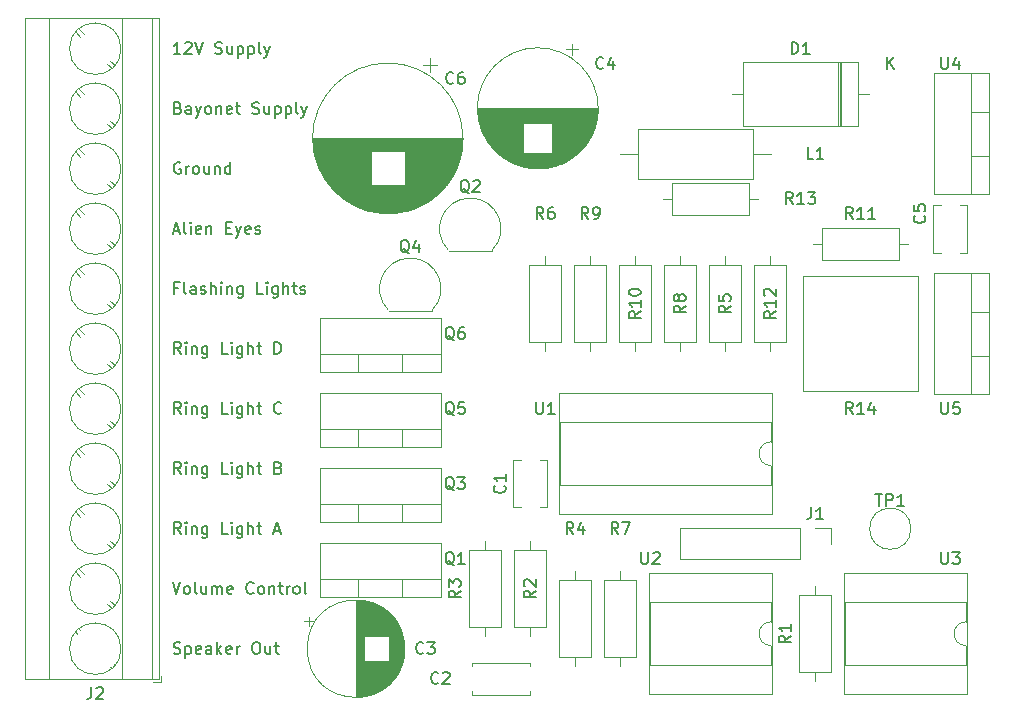
<source format=gto>
G04 #@! TF.GenerationSoftware,KiCad,Pcbnew,(5.1.10)-1*
G04 #@! TF.CreationDate,2021-09-16T20:11:19-04:00*
G04 #@! TF.ProjectId,Space Invaders,53706163-6520-4496-9e76-61646572732e,rev?*
G04 #@! TF.SameCoordinates,Original*
G04 #@! TF.FileFunction,Legend,Top*
G04 #@! TF.FilePolarity,Positive*
%FSLAX46Y46*%
G04 Gerber Fmt 4.6, Leading zero omitted, Abs format (unit mm)*
G04 Created by KiCad (PCBNEW (5.1.10)-1) date 2021-09-16 20:11:19*
%MOMM*%
%LPD*%
G01*
G04 APERTURE LIST*
%ADD10C,0.150000*%
%ADD11C,0.120000*%
%ADD12C,3.000000*%
%ADD13O,1.600000X1.600000*%
%ADD14R,1.600000X1.600000*%
%ADD15C,2.600000*%
%ADD16R,2.600000X2.600000*%
%ADD17C,1.440000*%
%ADD18O,2.000000X1.905000*%
%ADD19R,2.000000X1.905000*%
%ADD20O,1.800000X1.275000*%
%ADD21R,1.800000X1.275000*%
%ADD22C,1.600000*%
%ADD23O,1.905000X2.000000*%
%ADD24R,1.905000X2.000000*%
%ADD25R,1.050000X1.500000*%
%ADD26O,1.050000X1.500000*%
%ADD27O,2.000000X2.000000*%
%ADD28C,2.000000*%
%ADD29O,3.200000X3.200000*%
%ADD30R,3.200000X3.200000*%
%ADD31C,2.400000*%
%ADD32R,2.400000X2.400000*%
%ADD33R,2.000000X2.000000*%
%ADD34O,1.700000X1.700000*%
%ADD35R,1.700000X1.700000*%
G04 APERTURE END LIST*
D10*
X73297023Y-61412380D02*
X72963690Y-60936190D01*
X72725595Y-61412380D02*
X72725595Y-60412380D01*
X73106547Y-60412380D01*
X73201785Y-60460000D01*
X73249404Y-60507619D01*
X73297023Y-60602857D01*
X73297023Y-60745714D01*
X73249404Y-60840952D01*
X73201785Y-60888571D01*
X73106547Y-60936190D01*
X72725595Y-60936190D01*
X73725595Y-61412380D02*
X73725595Y-60745714D01*
X73725595Y-60412380D02*
X73677976Y-60460000D01*
X73725595Y-60507619D01*
X73773214Y-60460000D01*
X73725595Y-60412380D01*
X73725595Y-60507619D01*
X74201785Y-60745714D02*
X74201785Y-61412380D01*
X74201785Y-60840952D02*
X74249404Y-60793333D01*
X74344642Y-60745714D01*
X74487500Y-60745714D01*
X74582738Y-60793333D01*
X74630357Y-60888571D01*
X74630357Y-61412380D01*
X75535119Y-60745714D02*
X75535119Y-61555238D01*
X75487500Y-61650476D01*
X75439880Y-61698095D01*
X75344642Y-61745714D01*
X75201785Y-61745714D01*
X75106547Y-61698095D01*
X75535119Y-61364761D02*
X75439880Y-61412380D01*
X75249404Y-61412380D01*
X75154166Y-61364761D01*
X75106547Y-61317142D01*
X75058928Y-61221904D01*
X75058928Y-60936190D01*
X75106547Y-60840952D01*
X75154166Y-60793333D01*
X75249404Y-60745714D01*
X75439880Y-60745714D01*
X75535119Y-60793333D01*
X77249404Y-61412380D02*
X76773214Y-61412380D01*
X76773214Y-60412380D01*
X77582738Y-61412380D02*
X77582738Y-60745714D01*
X77582738Y-60412380D02*
X77535119Y-60460000D01*
X77582738Y-60507619D01*
X77630357Y-60460000D01*
X77582738Y-60412380D01*
X77582738Y-60507619D01*
X78487500Y-60745714D02*
X78487500Y-61555238D01*
X78439880Y-61650476D01*
X78392261Y-61698095D01*
X78297023Y-61745714D01*
X78154166Y-61745714D01*
X78058928Y-61698095D01*
X78487500Y-61364761D02*
X78392261Y-61412380D01*
X78201785Y-61412380D01*
X78106547Y-61364761D01*
X78058928Y-61317142D01*
X78011309Y-61221904D01*
X78011309Y-60936190D01*
X78058928Y-60840952D01*
X78106547Y-60793333D01*
X78201785Y-60745714D01*
X78392261Y-60745714D01*
X78487500Y-60793333D01*
X78963690Y-61412380D02*
X78963690Y-60412380D01*
X79392261Y-61412380D02*
X79392261Y-60888571D01*
X79344642Y-60793333D01*
X79249404Y-60745714D01*
X79106547Y-60745714D01*
X79011309Y-60793333D01*
X78963690Y-60840952D01*
X79725595Y-60745714D02*
X80106547Y-60745714D01*
X79868452Y-60412380D02*
X79868452Y-61269523D01*
X79916071Y-61364761D01*
X80011309Y-61412380D01*
X80106547Y-61412380D01*
X81201785Y-61412380D02*
X81201785Y-60412380D01*
X81439880Y-60412380D01*
X81582738Y-60460000D01*
X81677976Y-60555238D01*
X81725595Y-60650476D01*
X81773214Y-60840952D01*
X81773214Y-60983809D01*
X81725595Y-61174285D01*
X81677976Y-61269523D01*
X81582738Y-61364761D01*
X81439880Y-61412380D01*
X81201785Y-61412380D01*
X73297023Y-66492380D02*
X72963690Y-66016190D01*
X72725595Y-66492380D02*
X72725595Y-65492380D01*
X73106547Y-65492380D01*
X73201785Y-65540000D01*
X73249404Y-65587619D01*
X73297023Y-65682857D01*
X73297023Y-65825714D01*
X73249404Y-65920952D01*
X73201785Y-65968571D01*
X73106547Y-66016190D01*
X72725595Y-66016190D01*
X73725595Y-66492380D02*
X73725595Y-65825714D01*
X73725595Y-65492380D02*
X73677976Y-65540000D01*
X73725595Y-65587619D01*
X73773214Y-65540000D01*
X73725595Y-65492380D01*
X73725595Y-65587619D01*
X74201785Y-65825714D02*
X74201785Y-66492380D01*
X74201785Y-65920952D02*
X74249404Y-65873333D01*
X74344642Y-65825714D01*
X74487500Y-65825714D01*
X74582738Y-65873333D01*
X74630357Y-65968571D01*
X74630357Y-66492380D01*
X75535119Y-65825714D02*
X75535119Y-66635238D01*
X75487500Y-66730476D01*
X75439880Y-66778095D01*
X75344642Y-66825714D01*
X75201785Y-66825714D01*
X75106547Y-66778095D01*
X75535119Y-66444761D02*
X75439880Y-66492380D01*
X75249404Y-66492380D01*
X75154166Y-66444761D01*
X75106547Y-66397142D01*
X75058928Y-66301904D01*
X75058928Y-66016190D01*
X75106547Y-65920952D01*
X75154166Y-65873333D01*
X75249404Y-65825714D01*
X75439880Y-65825714D01*
X75535119Y-65873333D01*
X77249404Y-66492380D02*
X76773214Y-66492380D01*
X76773214Y-65492380D01*
X77582738Y-66492380D02*
X77582738Y-65825714D01*
X77582738Y-65492380D02*
X77535119Y-65540000D01*
X77582738Y-65587619D01*
X77630357Y-65540000D01*
X77582738Y-65492380D01*
X77582738Y-65587619D01*
X78487500Y-65825714D02*
X78487500Y-66635238D01*
X78439880Y-66730476D01*
X78392261Y-66778095D01*
X78297023Y-66825714D01*
X78154166Y-66825714D01*
X78058928Y-66778095D01*
X78487500Y-66444761D02*
X78392261Y-66492380D01*
X78201785Y-66492380D01*
X78106547Y-66444761D01*
X78058928Y-66397142D01*
X78011309Y-66301904D01*
X78011309Y-66016190D01*
X78058928Y-65920952D01*
X78106547Y-65873333D01*
X78201785Y-65825714D01*
X78392261Y-65825714D01*
X78487500Y-65873333D01*
X78963690Y-66492380D02*
X78963690Y-65492380D01*
X79392261Y-66492380D02*
X79392261Y-65968571D01*
X79344642Y-65873333D01*
X79249404Y-65825714D01*
X79106547Y-65825714D01*
X79011309Y-65873333D01*
X78963690Y-65920952D01*
X79725595Y-65825714D02*
X80106547Y-65825714D01*
X79868452Y-65492380D02*
X79868452Y-66349523D01*
X79916071Y-66444761D01*
X80011309Y-66492380D01*
X80106547Y-66492380D01*
X81773214Y-66397142D02*
X81725595Y-66444761D01*
X81582738Y-66492380D01*
X81487500Y-66492380D01*
X81344642Y-66444761D01*
X81249404Y-66349523D01*
X81201785Y-66254285D01*
X81154166Y-66063809D01*
X81154166Y-65920952D01*
X81201785Y-65730476D01*
X81249404Y-65635238D01*
X81344642Y-65540000D01*
X81487500Y-65492380D01*
X81582738Y-65492380D01*
X81725595Y-65540000D01*
X81773214Y-65587619D01*
X73297023Y-71572380D02*
X72963690Y-71096190D01*
X72725595Y-71572380D02*
X72725595Y-70572380D01*
X73106547Y-70572380D01*
X73201785Y-70620000D01*
X73249404Y-70667619D01*
X73297023Y-70762857D01*
X73297023Y-70905714D01*
X73249404Y-71000952D01*
X73201785Y-71048571D01*
X73106547Y-71096190D01*
X72725595Y-71096190D01*
X73725595Y-71572380D02*
X73725595Y-70905714D01*
X73725595Y-70572380D02*
X73677976Y-70620000D01*
X73725595Y-70667619D01*
X73773214Y-70620000D01*
X73725595Y-70572380D01*
X73725595Y-70667619D01*
X74201785Y-70905714D02*
X74201785Y-71572380D01*
X74201785Y-71000952D02*
X74249404Y-70953333D01*
X74344642Y-70905714D01*
X74487500Y-70905714D01*
X74582738Y-70953333D01*
X74630357Y-71048571D01*
X74630357Y-71572380D01*
X75535119Y-70905714D02*
X75535119Y-71715238D01*
X75487500Y-71810476D01*
X75439880Y-71858095D01*
X75344642Y-71905714D01*
X75201785Y-71905714D01*
X75106547Y-71858095D01*
X75535119Y-71524761D02*
X75439880Y-71572380D01*
X75249404Y-71572380D01*
X75154166Y-71524761D01*
X75106547Y-71477142D01*
X75058928Y-71381904D01*
X75058928Y-71096190D01*
X75106547Y-71000952D01*
X75154166Y-70953333D01*
X75249404Y-70905714D01*
X75439880Y-70905714D01*
X75535119Y-70953333D01*
X77249404Y-71572380D02*
X76773214Y-71572380D01*
X76773214Y-70572380D01*
X77582738Y-71572380D02*
X77582738Y-70905714D01*
X77582738Y-70572380D02*
X77535119Y-70620000D01*
X77582738Y-70667619D01*
X77630357Y-70620000D01*
X77582738Y-70572380D01*
X77582738Y-70667619D01*
X78487500Y-70905714D02*
X78487500Y-71715238D01*
X78439880Y-71810476D01*
X78392261Y-71858095D01*
X78297023Y-71905714D01*
X78154166Y-71905714D01*
X78058928Y-71858095D01*
X78487500Y-71524761D02*
X78392261Y-71572380D01*
X78201785Y-71572380D01*
X78106547Y-71524761D01*
X78058928Y-71477142D01*
X78011309Y-71381904D01*
X78011309Y-71096190D01*
X78058928Y-71000952D01*
X78106547Y-70953333D01*
X78201785Y-70905714D01*
X78392261Y-70905714D01*
X78487500Y-70953333D01*
X78963690Y-71572380D02*
X78963690Y-70572380D01*
X79392261Y-71572380D02*
X79392261Y-71048571D01*
X79344642Y-70953333D01*
X79249404Y-70905714D01*
X79106547Y-70905714D01*
X79011309Y-70953333D01*
X78963690Y-71000952D01*
X79725595Y-70905714D02*
X80106547Y-70905714D01*
X79868452Y-70572380D02*
X79868452Y-71429523D01*
X79916071Y-71524761D01*
X80011309Y-71572380D01*
X80106547Y-71572380D01*
X81535119Y-71048571D02*
X81677976Y-71096190D01*
X81725595Y-71143809D01*
X81773214Y-71239047D01*
X81773214Y-71381904D01*
X81725595Y-71477142D01*
X81677976Y-71524761D01*
X81582738Y-71572380D01*
X81201785Y-71572380D01*
X81201785Y-70572380D01*
X81535119Y-70572380D01*
X81630357Y-70620000D01*
X81677976Y-70667619D01*
X81725595Y-70762857D01*
X81725595Y-70858095D01*
X81677976Y-70953333D01*
X81630357Y-71000952D01*
X81535119Y-71048571D01*
X81201785Y-71048571D01*
X73297023Y-76652380D02*
X72963690Y-76176190D01*
X72725595Y-76652380D02*
X72725595Y-75652380D01*
X73106547Y-75652380D01*
X73201785Y-75700000D01*
X73249404Y-75747619D01*
X73297023Y-75842857D01*
X73297023Y-75985714D01*
X73249404Y-76080952D01*
X73201785Y-76128571D01*
X73106547Y-76176190D01*
X72725595Y-76176190D01*
X73725595Y-76652380D02*
X73725595Y-75985714D01*
X73725595Y-75652380D02*
X73677976Y-75700000D01*
X73725595Y-75747619D01*
X73773214Y-75700000D01*
X73725595Y-75652380D01*
X73725595Y-75747619D01*
X74201785Y-75985714D02*
X74201785Y-76652380D01*
X74201785Y-76080952D02*
X74249404Y-76033333D01*
X74344642Y-75985714D01*
X74487500Y-75985714D01*
X74582738Y-76033333D01*
X74630357Y-76128571D01*
X74630357Y-76652380D01*
X75535119Y-75985714D02*
X75535119Y-76795238D01*
X75487500Y-76890476D01*
X75439880Y-76938095D01*
X75344642Y-76985714D01*
X75201785Y-76985714D01*
X75106547Y-76938095D01*
X75535119Y-76604761D02*
X75439880Y-76652380D01*
X75249404Y-76652380D01*
X75154166Y-76604761D01*
X75106547Y-76557142D01*
X75058928Y-76461904D01*
X75058928Y-76176190D01*
X75106547Y-76080952D01*
X75154166Y-76033333D01*
X75249404Y-75985714D01*
X75439880Y-75985714D01*
X75535119Y-76033333D01*
X77249404Y-76652380D02*
X76773214Y-76652380D01*
X76773214Y-75652380D01*
X77582738Y-76652380D02*
X77582738Y-75985714D01*
X77582738Y-75652380D02*
X77535119Y-75700000D01*
X77582738Y-75747619D01*
X77630357Y-75700000D01*
X77582738Y-75652380D01*
X77582738Y-75747619D01*
X78487500Y-75985714D02*
X78487500Y-76795238D01*
X78439880Y-76890476D01*
X78392261Y-76938095D01*
X78297023Y-76985714D01*
X78154166Y-76985714D01*
X78058928Y-76938095D01*
X78487500Y-76604761D02*
X78392261Y-76652380D01*
X78201785Y-76652380D01*
X78106547Y-76604761D01*
X78058928Y-76557142D01*
X78011309Y-76461904D01*
X78011309Y-76176190D01*
X78058928Y-76080952D01*
X78106547Y-76033333D01*
X78201785Y-75985714D01*
X78392261Y-75985714D01*
X78487500Y-76033333D01*
X78963690Y-76652380D02*
X78963690Y-75652380D01*
X79392261Y-76652380D02*
X79392261Y-76128571D01*
X79344642Y-76033333D01*
X79249404Y-75985714D01*
X79106547Y-75985714D01*
X79011309Y-76033333D01*
X78963690Y-76080952D01*
X79725595Y-75985714D02*
X80106547Y-75985714D01*
X79868452Y-75652380D02*
X79868452Y-76509523D01*
X79916071Y-76604761D01*
X80011309Y-76652380D01*
X80106547Y-76652380D01*
X81154166Y-76366666D02*
X81630357Y-76366666D01*
X81058928Y-76652380D02*
X81392261Y-75652380D01*
X81725595Y-76652380D01*
X72582738Y-80732380D02*
X72916071Y-81732380D01*
X73249404Y-80732380D01*
X73725595Y-81732380D02*
X73630357Y-81684761D01*
X73582738Y-81637142D01*
X73535119Y-81541904D01*
X73535119Y-81256190D01*
X73582738Y-81160952D01*
X73630357Y-81113333D01*
X73725595Y-81065714D01*
X73868452Y-81065714D01*
X73963690Y-81113333D01*
X74011309Y-81160952D01*
X74058928Y-81256190D01*
X74058928Y-81541904D01*
X74011309Y-81637142D01*
X73963690Y-81684761D01*
X73868452Y-81732380D01*
X73725595Y-81732380D01*
X74630357Y-81732380D02*
X74535119Y-81684761D01*
X74487500Y-81589523D01*
X74487500Y-80732380D01*
X75439880Y-81065714D02*
X75439880Y-81732380D01*
X75011309Y-81065714D02*
X75011309Y-81589523D01*
X75058928Y-81684761D01*
X75154166Y-81732380D01*
X75297023Y-81732380D01*
X75392261Y-81684761D01*
X75439880Y-81637142D01*
X75916071Y-81732380D02*
X75916071Y-81065714D01*
X75916071Y-81160952D02*
X75963690Y-81113333D01*
X76058928Y-81065714D01*
X76201785Y-81065714D01*
X76297023Y-81113333D01*
X76344642Y-81208571D01*
X76344642Y-81732380D01*
X76344642Y-81208571D02*
X76392261Y-81113333D01*
X76487500Y-81065714D01*
X76630357Y-81065714D01*
X76725595Y-81113333D01*
X76773214Y-81208571D01*
X76773214Y-81732380D01*
X77630357Y-81684761D02*
X77535119Y-81732380D01*
X77344642Y-81732380D01*
X77249404Y-81684761D01*
X77201785Y-81589523D01*
X77201785Y-81208571D01*
X77249404Y-81113333D01*
X77344642Y-81065714D01*
X77535119Y-81065714D01*
X77630357Y-81113333D01*
X77677976Y-81208571D01*
X77677976Y-81303809D01*
X77201785Y-81399047D01*
X79439880Y-81637142D02*
X79392261Y-81684761D01*
X79249404Y-81732380D01*
X79154166Y-81732380D01*
X79011309Y-81684761D01*
X78916071Y-81589523D01*
X78868452Y-81494285D01*
X78820833Y-81303809D01*
X78820833Y-81160952D01*
X78868452Y-80970476D01*
X78916071Y-80875238D01*
X79011309Y-80780000D01*
X79154166Y-80732380D01*
X79249404Y-80732380D01*
X79392261Y-80780000D01*
X79439880Y-80827619D01*
X80011309Y-81732380D02*
X79916071Y-81684761D01*
X79868452Y-81637142D01*
X79820833Y-81541904D01*
X79820833Y-81256190D01*
X79868452Y-81160952D01*
X79916071Y-81113333D01*
X80011309Y-81065714D01*
X80154166Y-81065714D01*
X80249404Y-81113333D01*
X80297023Y-81160952D01*
X80344642Y-81256190D01*
X80344642Y-81541904D01*
X80297023Y-81637142D01*
X80249404Y-81684761D01*
X80154166Y-81732380D01*
X80011309Y-81732380D01*
X80773214Y-81065714D02*
X80773214Y-81732380D01*
X80773214Y-81160952D02*
X80820833Y-81113333D01*
X80916071Y-81065714D01*
X81058928Y-81065714D01*
X81154166Y-81113333D01*
X81201785Y-81208571D01*
X81201785Y-81732380D01*
X81535119Y-81065714D02*
X81916071Y-81065714D01*
X81677976Y-80732380D02*
X81677976Y-81589523D01*
X81725595Y-81684761D01*
X81820833Y-81732380D01*
X81916071Y-81732380D01*
X82249404Y-81732380D02*
X82249404Y-81065714D01*
X82249404Y-81256190D02*
X82297023Y-81160952D01*
X82344642Y-81113333D01*
X82439880Y-81065714D01*
X82535119Y-81065714D01*
X83011309Y-81732380D02*
X82916071Y-81684761D01*
X82868452Y-81637142D01*
X82820833Y-81541904D01*
X82820833Y-81256190D01*
X82868452Y-81160952D01*
X82916071Y-81113333D01*
X83011309Y-81065714D01*
X83154166Y-81065714D01*
X83249404Y-81113333D01*
X83297023Y-81160952D01*
X83344642Y-81256190D01*
X83344642Y-81541904D01*
X83297023Y-81637142D01*
X83249404Y-81684761D01*
X83154166Y-81732380D01*
X83011309Y-81732380D01*
X83916071Y-81732380D02*
X83820833Y-81684761D01*
X83773214Y-81589523D01*
X83773214Y-80732380D01*
X72677976Y-86764761D02*
X72820833Y-86812380D01*
X73058928Y-86812380D01*
X73154166Y-86764761D01*
X73201785Y-86717142D01*
X73249404Y-86621904D01*
X73249404Y-86526666D01*
X73201785Y-86431428D01*
X73154166Y-86383809D01*
X73058928Y-86336190D01*
X72868452Y-86288571D01*
X72773214Y-86240952D01*
X72725595Y-86193333D01*
X72677976Y-86098095D01*
X72677976Y-86002857D01*
X72725595Y-85907619D01*
X72773214Y-85860000D01*
X72868452Y-85812380D01*
X73106547Y-85812380D01*
X73249404Y-85860000D01*
X73677976Y-86145714D02*
X73677976Y-87145714D01*
X73677976Y-86193333D02*
X73773214Y-86145714D01*
X73963690Y-86145714D01*
X74058928Y-86193333D01*
X74106547Y-86240952D01*
X74154166Y-86336190D01*
X74154166Y-86621904D01*
X74106547Y-86717142D01*
X74058928Y-86764761D01*
X73963690Y-86812380D01*
X73773214Y-86812380D01*
X73677976Y-86764761D01*
X74963690Y-86764761D02*
X74868452Y-86812380D01*
X74677976Y-86812380D01*
X74582738Y-86764761D01*
X74535119Y-86669523D01*
X74535119Y-86288571D01*
X74582738Y-86193333D01*
X74677976Y-86145714D01*
X74868452Y-86145714D01*
X74963690Y-86193333D01*
X75011309Y-86288571D01*
X75011309Y-86383809D01*
X74535119Y-86479047D01*
X75868452Y-86812380D02*
X75868452Y-86288571D01*
X75820833Y-86193333D01*
X75725595Y-86145714D01*
X75535119Y-86145714D01*
X75439880Y-86193333D01*
X75868452Y-86764761D02*
X75773214Y-86812380D01*
X75535119Y-86812380D01*
X75439880Y-86764761D01*
X75392261Y-86669523D01*
X75392261Y-86574285D01*
X75439880Y-86479047D01*
X75535119Y-86431428D01*
X75773214Y-86431428D01*
X75868452Y-86383809D01*
X76344642Y-86812380D02*
X76344642Y-85812380D01*
X76439880Y-86431428D02*
X76725595Y-86812380D01*
X76725595Y-86145714D02*
X76344642Y-86526666D01*
X77535119Y-86764761D02*
X77439880Y-86812380D01*
X77249404Y-86812380D01*
X77154166Y-86764761D01*
X77106547Y-86669523D01*
X77106547Y-86288571D01*
X77154166Y-86193333D01*
X77249404Y-86145714D01*
X77439880Y-86145714D01*
X77535119Y-86193333D01*
X77582738Y-86288571D01*
X77582738Y-86383809D01*
X77106547Y-86479047D01*
X78011309Y-86812380D02*
X78011309Y-86145714D01*
X78011309Y-86336190D02*
X78058928Y-86240952D01*
X78106547Y-86193333D01*
X78201785Y-86145714D01*
X78297023Y-86145714D01*
X79582738Y-85812380D02*
X79773214Y-85812380D01*
X79868452Y-85860000D01*
X79963690Y-85955238D01*
X80011309Y-86145714D01*
X80011309Y-86479047D01*
X79963690Y-86669523D01*
X79868452Y-86764761D01*
X79773214Y-86812380D01*
X79582738Y-86812380D01*
X79487500Y-86764761D01*
X79392261Y-86669523D01*
X79344642Y-86479047D01*
X79344642Y-86145714D01*
X79392261Y-85955238D01*
X79487500Y-85860000D01*
X79582738Y-85812380D01*
X80868452Y-86145714D02*
X80868452Y-86812380D01*
X80439880Y-86145714D02*
X80439880Y-86669523D01*
X80487500Y-86764761D01*
X80582738Y-86812380D01*
X80725595Y-86812380D01*
X80820833Y-86764761D01*
X80868452Y-86717142D01*
X81201785Y-86145714D02*
X81582738Y-86145714D01*
X81344642Y-85812380D02*
X81344642Y-86669523D01*
X81392261Y-86764761D01*
X81487500Y-86812380D01*
X81582738Y-86812380D01*
X73058928Y-55808571D02*
X72725595Y-55808571D01*
X72725595Y-56332380D02*
X72725595Y-55332380D01*
X73201785Y-55332380D01*
X73725595Y-56332380D02*
X73630357Y-56284761D01*
X73582738Y-56189523D01*
X73582738Y-55332380D01*
X74535119Y-56332380D02*
X74535119Y-55808571D01*
X74487500Y-55713333D01*
X74392261Y-55665714D01*
X74201785Y-55665714D01*
X74106547Y-55713333D01*
X74535119Y-56284761D02*
X74439880Y-56332380D01*
X74201785Y-56332380D01*
X74106547Y-56284761D01*
X74058928Y-56189523D01*
X74058928Y-56094285D01*
X74106547Y-55999047D01*
X74201785Y-55951428D01*
X74439880Y-55951428D01*
X74535119Y-55903809D01*
X74963690Y-56284761D02*
X75058928Y-56332380D01*
X75249404Y-56332380D01*
X75344642Y-56284761D01*
X75392261Y-56189523D01*
X75392261Y-56141904D01*
X75344642Y-56046666D01*
X75249404Y-55999047D01*
X75106547Y-55999047D01*
X75011309Y-55951428D01*
X74963690Y-55856190D01*
X74963690Y-55808571D01*
X75011309Y-55713333D01*
X75106547Y-55665714D01*
X75249404Y-55665714D01*
X75344642Y-55713333D01*
X75820833Y-56332380D02*
X75820833Y-55332380D01*
X76249404Y-56332380D02*
X76249404Y-55808571D01*
X76201785Y-55713333D01*
X76106547Y-55665714D01*
X75963690Y-55665714D01*
X75868452Y-55713333D01*
X75820833Y-55760952D01*
X76725595Y-56332380D02*
X76725595Y-55665714D01*
X76725595Y-55332380D02*
X76677976Y-55380000D01*
X76725595Y-55427619D01*
X76773214Y-55380000D01*
X76725595Y-55332380D01*
X76725595Y-55427619D01*
X77201785Y-55665714D02*
X77201785Y-56332380D01*
X77201785Y-55760952D02*
X77249404Y-55713333D01*
X77344642Y-55665714D01*
X77487500Y-55665714D01*
X77582738Y-55713333D01*
X77630357Y-55808571D01*
X77630357Y-56332380D01*
X78535119Y-55665714D02*
X78535119Y-56475238D01*
X78487500Y-56570476D01*
X78439880Y-56618095D01*
X78344642Y-56665714D01*
X78201785Y-56665714D01*
X78106547Y-56618095D01*
X78535119Y-56284761D02*
X78439880Y-56332380D01*
X78249404Y-56332380D01*
X78154166Y-56284761D01*
X78106547Y-56237142D01*
X78058928Y-56141904D01*
X78058928Y-55856190D01*
X78106547Y-55760952D01*
X78154166Y-55713333D01*
X78249404Y-55665714D01*
X78439880Y-55665714D01*
X78535119Y-55713333D01*
X80249404Y-56332380D02*
X79773214Y-56332380D01*
X79773214Y-55332380D01*
X80582738Y-56332380D02*
X80582738Y-55665714D01*
X80582738Y-55332380D02*
X80535119Y-55380000D01*
X80582738Y-55427619D01*
X80630357Y-55380000D01*
X80582738Y-55332380D01*
X80582738Y-55427619D01*
X81487500Y-55665714D02*
X81487500Y-56475238D01*
X81439880Y-56570476D01*
X81392261Y-56618095D01*
X81297023Y-56665714D01*
X81154166Y-56665714D01*
X81058928Y-56618095D01*
X81487500Y-56284761D02*
X81392261Y-56332380D01*
X81201785Y-56332380D01*
X81106547Y-56284761D01*
X81058928Y-56237142D01*
X81011309Y-56141904D01*
X81011309Y-55856190D01*
X81058928Y-55760952D01*
X81106547Y-55713333D01*
X81201785Y-55665714D01*
X81392261Y-55665714D01*
X81487500Y-55713333D01*
X81963690Y-56332380D02*
X81963690Y-55332380D01*
X82392261Y-56332380D02*
X82392261Y-55808571D01*
X82344642Y-55713333D01*
X82249404Y-55665714D01*
X82106547Y-55665714D01*
X82011309Y-55713333D01*
X81963690Y-55760952D01*
X82725595Y-55665714D02*
X83106547Y-55665714D01*
X82868452Y-55332380D02*
X82868452Y-56189523D01*
X82916071Y-56284761D01*
X83011309Y-56332380D01*
X83106547Y-56332380D01*
X83392261Y-56284761D02*
X83487500Y-56332380D01*
X83677976Y-56332380D01*
X83773214Y-56284761D01*
X83820833Y-56189523D01*
X83820833Y-56141904D01*
X83773214Y-56046666D01*
X83677976Y-55999047D01*
X83535119Y-55999047D01*
X83439880Y-55951428D01*
X83392261Y-55856190D01*
X83392261Y-55808571D01*
X83439880Y-55713333D01*
X83535119Y-55665714D01*
X83677976Y-55665714D01*
X83773214Y-55713333D01*
X72677976Y-50966666D02*
X73154166Y-50966666D01*
X72582738Y-51252380D02*
X72916071Y-50252380D01*
X73249404Y-51252380D01*
X73725595Y-51252380D02*
X73630357Y-51204761D01*
X73582738Y-51109523D01*
X73582738Y-50252380D01*
X74106547Y-51252380D02*
X74106547Y-50585714D01*
X74106547Y-50252380D02*
X74058928Y-50300000D01*
X74106547Y-50347619D01*
X74154166Y-50300000D01*
X74106547Y-50252380D01*
X74106547Y-50347619D01*
X74963690Y-51204761D02*
X74868452Y-51252380D01*
X74677976Y-51252380D01*
X74582738Y-51204761D01*
X74535119Y-51109523D01*
X74535119Y-50728571D01*
X74582738Y-50633333D01*
X74677976Y-50585714D01*
X74868452Y-50585714D01*
X74963690Y-50633333D01*
X75011309Y-50728571D01*
X75011309Y-50823809D01*
X74535119Y-50919047D01*
X75439880Y-50585714D02*
X75439880Y-51252380D01*
X75439880Y-50680952D02*
X75487500Y-50633333D01*
X75582738Y-50585714D01*
X75725595Y-50585714D01*
X75820833Y-50633333D01*
X75868452Y-50728571D01*
X75868452Y-51252380D01*
X77106547Y-50728571D02*
X77439880Y-50728571D01*
X77582738Y-51252380D02*
X77106547Y-51252380D01*
X77106547Y-50252380D01*
X77582738Y-50252380D01*
X77916071Y-50585714D02*
X78154166Y-51252380D01*
X78392261Y-50585714D02*
X78154166Y-51252380D01*
X78058928Y-51490476D01*
X78011309Y-51538095D01*
X77916071Y-51585714D01*
X79154166Y-51204761D02*
X79058928Y-51252380D01*
X78868452Y-51252380D01*
X78773214Y-51204761D01*
X78725595Y-51109523D01*
X78725595Y-50728571D01*
X78773214Y-50633333D01*
X78868452Y-50585714D01*
X79058928Y-50585714D01*
X79154166Y-50633333D01*
X79201785Y-50728571D01*
X79201785Y-50823809D01*
X78725595Y-50919047D01*
X79582738Y-51204761D02*
X79677976Y-51252380D01*
X79868452Y-51252380D01*
X79963690Y-51204761D01*
X80011309Y-51109523D01*
X80011309Y-51061904D01*
X79963690Y-50966666D01*
X79868452Y-50919047D01*
X79725595Y-50919047D01*
X79630357Y-50871428D01*
X79582738Y-50776190D01*
X79582738Y-50728571D01*
X79630357Y-50633333D01*
X79725595Y-50585714D01*
X79868452Y-50585714D01*
X79963690Y-50633333D01*
X73249404Y-45220000D02*
X73154166Y-45172380D01*
X73011309Y-45172380D01*
X72868452Y-45220000D01*
X72773214Y-45315238D01*
X72725595Y-45410476D01*
X72677976Y-45600952D01*
X72677976Y-45743809D01*
X72725595Y-45934285D01*
X72773214Y-46029523D01*
X72868452Y-46124761D01*
X73011309Y-46172380D01*
X73106547Y-46172380D01*
X73249404Y-46124761D01*
X73297023Y-46077142D01*
X73297023Y-45743809D01*
X73106547Y-45743809D01*
X73725595Y-46172380D02*
X73725595Y-45505714D01*
X73725595Y-45696190D02*
X73773214Y-45600952D01*
X73820833Y-45553333D01*
X73916071Y-45505714D01*
X74011309Y-45505714D01*
X74487500Y-46172380D02*
X74392261Y-46124761D01*
X74344642Y-46077142D01*
X74297023Y-45981904D01*
X74297023Y-45696190D01*
X74344642Y-45600952D01*
X74392261Y-45553333D01*
X74487500Y-45505714D01*
X74630357Y-45505714D01*
X74725595Y-45553333D01*
X74773214Y-45600952D01*
X74820833Y-45696190D01*
X74820833Y-45981904D01*
X74773214Y-46077142D01*
X74725595Y-46124761D01*
X74630357Y-46172380D01*
X74487500Y-46172380D01*
X75677976Y-45505714D02*
X75677976Y-46172380D01*
X75249404Y-45505714D02*
X75249404Y-46029523D01*
X75297023Y-46124761D01*
X75392261Y-46172380D01*
X75535119Y-46172380D01*
X75630357Y-46124761D01*
X75677976Y-46077142D01*
X76154166Y-45505714D02*
X76154166Y-46172380D01*
X76154166Y-45600952D02*
X76201785Y-45553333D01*
X76297023Y-45505714D01*
X76439880Y-45505714D01*
X76535119Y-45553333D01*
X76582738Y-45648571D01*
X76582738Y-46172380D01*
X77487500Y-46172380D02*
X77487500Y-45172380D01*
X77487500Y-46124761D02*
X77392261Y-46172380D01*
X77201785Y-46172380D01*
X77106547Y-46124761D01*
X77058928Y-46077142D01*
X77011309Y-45981904D01*
X77011309Y-45696190D01*
X77058928Y-45600952D01*
X77106547Y-45553333D01*
X77201785Y-45505714D01*
X77392261Y-45505714D01*
X77487500Y-45553333D01*
X73058928Y-40568571D02*
X73201785Y-40616190D01*
X73249404Y-40663809D01*
X73297023Y-40759047D01*
X73297023Y-40901904D01*
X73249404Y-40997142D01*
X73201785Y-41044761D01*
X73106547Y-41092380D01*
X72725595Y-41092380D01*
X72725595Y-40092380D01*
X73058928Y-40092380D01*
X73154166Y-40140000D01*
X73201785Y-40187619D01*
X73249404Y-40282857D01*
X73249404Y-40378095D01*
X73201785Y-40473333D01*
X73154166Y-40520952D01*
X73058928Y-40568571D01*
X72725595Y-40568571D01*
X74154166Y-41092380D02*
X74154166Y-40568571D01*
X74106547Y-40473333D01*
X74011309Y-40425714D01*
X73820833Y-40425714D01*
X73725595Y-40473333D01*
X74154166Y-41044761D02*
X74058928Y-41092380D01*
X73820833Y-41092380D01*
X73725595Y-41044761D01*
X73677976Y-40949523D01*
X73677976Y-40854285D01*
X73725595Y-40759047D01*
X73820833Y-40711428D01*
X74058928Y-40711428D01*
X74154166Y-40663809D01*
X74535119Y-40425714D02*
X74773214Y-41092380D01*
X75011309Y-40425714D02*
X74773214Y-41092380D01*
X74677976Y-41330476D01*
X74630357Y-41378095D01*
X74535119Y-41425714D01*
X75535119Y-41092380D02*
X75439880Y-41044761D01*
X75392261Y-40997142D01*
X75344642Y-40901904D01*
X75344642Y-40616190D01*
X75392261Y-40520952D01*
X75439880Y-40473333D01*
X75535119Y-40425714D01*
X75677976Y-40425714D01*
X75773214Y-40473333D01*
X75820833Y-40520952D01*
X75868452Y-40616190D01*
X75868452Y-40901904D01*
X75820833Y-40997142D01*
X75773214Y-41044761D01*
X75677976Y-41092380D01*
X75535119Y-41092380D01*
X76297023Y-40425714D02*
X76297023Y-41092380D01*
X76297023Y-40520952D02*
X76344642Y-40473333D01*
X76439880Y-40425714D01*
X76582738Y-40425714D01*
X76677976Y-40473333D01*
X76725595Y-40568571D01*
X76725595Y-41092380D01*
X77582738Y-41044761D02*
X77487500Y-41092380D01*
X77297023Y-41092380D01*
X77201785Y-41044761D01*
X77154166Y-40949523D01*
X77154166Y-40568571D01*
X77201785Y-40473333D01*
X77297023Y-40425714D01*
X77487500Y-40425714D01*
X77582738Y-40473333D01*
X77630357Y-40568571D01*
X77630357Y-40663809D01*
X77154166Y-40759047D01*
X77916071Y-40425714D02*
X78297023Y-40425714D01*
X78058928Y-40092380D02*
X78058928Y-40949523D01*
X78106547Y-41044761D01*
X78201785Y-41092380D01*
X78297023Y-41092380D01*
X79344642Y-41044761D02*
X79487500Y-41092380D01*
X79725595Y-41092380D01*
X79820833Y-41044761D01*
X79868452Y-40997142D01*
X79916071Y-40901904D01*
X79916071Y-40806666D01*
X79868452Y-40711428D01*
X79820833Y-40663809D01*
X79725595Y-40616190D01*
X79535119Y-40568571D01*
X79439880Y-40520952D01*
X79392261Y-40473333D01*
X79344642Y-40378095D01*
X79344642Y-40282857D01*
X79392261Y-40187619D01*
X79439880Y-40140000D01*
X79535119Y-40092380D01*
X79773214Y-40092380D01*
X79916071Y-40140000D01*
X80773214Y-40425714D02*
X80773214Y-41092380D01*
X80344642Y-40425714D02*
X80344642Y-40949523D01*
X80392261Y-41044761D01*
X80487500Y-41092380D01*
X80630357Y-41092380D01*
X80725595Y-41044761D01*
X80773214Y-40997142D01*
X81249404Y-40425714D02*
X81249404Y-41425714D01*
X81249404Y-40473333D02*
X81344642Y-40425714D01*
X81535119Y-40425714D01*
X81630357Y-40473333D01*
X81677976Y-40520952D01*
X81725595Y-40616190D01*
X81725595Y-40901904D01*
X81677976Y-40997142D01*
X81630357Y-41044761D01*
X81535119Y-41092380D01*
X81344642Y-41092380D01*
X81249404Y-41044761D01*
X82154166Y-40425714D02*
X82154166Y-41425714D01*
X82154166Y-40473333D02*
X82249404Y-40425714D01*
X82439880Y-40425714D01*
X82535119Y-40473333D01*
X82582738Y-40520952D01*
X82630357Y-40616190D01*
X82630357Y-40901904D01*
X82582738Y-40997142D01*
X82535119Y-41044761D01*
X82439880Y-41092380D01*
X82249404Y-41092380D01*
X82154166Y-41044761D01*
X83201785Y-41092380D02*
X83106547Y-41044761D01*
X83058928Y-40949523D01*
X83058928Y-40092380D01*
X83487500Y-40425714D02*
X83725595Y-41092380D01*
X83963690Y-40425714D02*
X83725595Y-41092380D01*
X83630357Y-41330476D01*
X83582738Y-41378095D01*
X83487500Y-41425714D01*
X73249404Y-36012380D02*
X72677976Y-36012380D01*
X72963690Y-36012380D02*
X72963690Y-35012380D01*
X72868452Y-35155238D01*
X72773214Y-35250476D01*
X72677976Y-35298095D01*
X73630357Y-35107619D02*
X73677976Y-35060000D01*
X73773214Y-35012380D01*
X74011309Y-35012380D01*
X74106547Y-35060000D01*
X74154166Y-35107619D01*
X74201785Y-35202857D01*
X74201785Y-35298095D01*
X74154166Y-35440952D01*
X73582738Y-36012380D01*
X74201785Y-36012380D01*
X74487500Y-35012380D02*
X74820833Y-36012380D01*
X75154166Y-35012380D01*
X76201785Y-35964761D02*
X76344642Y-36012380D01*
X76582738Y-36012380D01*
X76677976Y-35964761D01*
X76725595Y-35917142D01*
X76773214Y-35821904D01*
X76773214Y-35726666D01*
X76725595Y-35631428D01*
X76677976Y-35583809D01*
X76582738Y-35536190D01*
X76392261Y-35488571D01*
X76297023Y-35440952D01*
X76249404Y-35393333D01*
X76201785Y-35298095D01*
X76201785Y-35202857D01*
X76249404Y-35107619D01*
X76297023Y-35060000D01*
X76392261Y-35012380D01*
X76630357Y-35012380D01*
X76773214Y-35060000D01*
X77630357Y-35345714D02*
X77630357Y-36012380D01*
X77201785Y-35345714D02*
X77201785Y-35869523D01*
X77249404Y-35964761D01*
X77344642Y-36012380D01*
X77487500Y-36012380D01*
X77582738Y-35964761D01*
X77630357Y-35917142D01*
X78106547Y-35345714D02*
X78106547Y-36345714D01*
X78106547Y-35393333D02*
X78201785Y-35345714D01*
X78392261Y-35345714D01*
X78487500Y-35393333D01*
X78535119Y-35440952D01*
X78582738Y-35536190D01*
X78582738Y-35821904D01*
X78535119Y-35917142D01*
X78487500Y-35964761D01*
X78392261Y-36012380D01*
X78201785Y-36012380D01*
X78106547Y-35964761D01*
X79011309Y-35345714D02*
X79011309Y-36345714D01*
X79011309Y-35393333D02*
X79106547Y-35345714D01*
X79297023Y-35345714D01*
X79392261Y-35393333D01*
X79439880Y-35440952D01*
X79487500Y-35536190D01*
X79487500Y-35821904D01*
X79439880Y-35917142D01*
X79392261Y-35964761D01*
X79297023Y-36012380D01*
X79106547Y-36012380D01*
X79011309Y-35964761D01*
X80058928Y-36012380D02*
X79963690Y-35964761D01*
X79916071Y-35869523D01*
X79916071Y-35012380D01*
X80344642Y-35345714D02*
X80582738Y-36012380D01*
X80820833Y-35345714D02*
X80582738Y-36012380D01*
X80487500Y-36250476D01*
X80439880Y-36298095D01*
X80344642Y-36345714D01*
D11*
X135100000Y-76200000D02*
G75*
G03*
X135100000Y-76200000I-1750000J0D01*
G01*
X139760000Y-84090000D02*
X139760000Y-82440000D01*
X139760000Y-82440000D02*
X129480000Y-82440000D01*
X129480000Y-82440000D02*
X129480000Y-87740000D01*
X129480000Y-87740000D02*
X139760000Y-87740000D01*
X139760000Y-87740000D02*
X139760000Y-86090000D01*
X139820000Y-79950000D02*
X129420000Y-79950000D01*
X129420000Y-79950000D02*
X129420000Y-90230000D01*
X129420000Y-90230000D02*
X139820000Y-90230000D01*
X139820000Y-90230000D02*
X139820000Y-79950000D01*
X139760000Y-86090000D02*
G75*
G02*
X139760000Y-84090000I0J1000000D01*
G01*
X123250000Y-84090000D02*
X123250000Y-82440000D01*
X123250000Y-82440000D02*
X112970000Y-82440000D01*
X112970000Y-82440000D02*
X112970000Y-87740000D01*
X112970000Y-87740000D02*
X123250000Y-87740000D01*
X123250000Y-87740000D02*
X123250000Y-86090000D01*
X123310000Y-79950000D02*
X112910000Y-79950000D01*
X112910000Y-79950000D02*
X112910000Y-90230000D01*
X112910000Y-90230000D02*
X123310000Y-90230000D01*
X123310000Y-90230000D02*
X123310000Y-79950000D01*
X123250000Y-86090000D02*
G75*
G02*
X123250000Y-84090000I0J1000000D01*
G01*
X123250000Y-68850000D02*
X123250000Y-67200000D01*
X123250000Y-67200000D02*
X105350000Y-67200000D01*
X105350000Y-67200000D02*
X105350000Y-72500000D01*
X105350000Y-72500000D02*
X123250000Y-72500000D01*
X123250000Y-72500000D02*
X123250000Y-70850000D01*
X123310000Y-64710000D02*
X105290000Y-64710000D01*
X105290000Y-64710000D02*
X105290000Y-74990000D01*
X105290000Y-74990000D02*
X123310000Y-74990000D01*
X123310000Y-74990000D02*
X123310000Y-64710000D01*
X123250000Y-70850000D02*
G75*
G02*
X123250000Y-68850000I0J1000000D01*
G01*
X68220000Y-86360000D02*
G75*
G03*
X68220000Y-86360000I-2180000J0D01*
G01*
X68220000Y-81280000D02*
G75*
G03*
X68220000Y-81280000I-2180000J0D01*
G01*
X68220000Y-76200000D02*
G75*
G03*
X68220000Y-76200000I-2180000J0D01*
G01*
X68220000Y-71120000D02*
G75*
G03*
X68220000Y-71120000I-2180000J0D01*
G01*
X68220000Y-66040000D02*
G75*
G03*
X68220000Y-66040000I-2180000J0D01*
G01*
X68220000Y-60960000D02*
G75*
G03*
X68220000Y-60960000I-2180000J0D01*
G01*
X68220000Y-55880000D02*
G75*
G03*
X68220000Y-55880000I-2180000J0D01*
G01*
X68220000Y-50800000D02*
G75*
G03*
X68220000Y-50800000I-2180000J0D01*
G01*
X68220000Y-45720000D02*
G75*
G03*
X68220000Y-45720000I-2180000J0D01*
G01*
X68220000Y-40640000D02*
G75*
G03*
X68220000Y-40640000I-2180000J0D01*
G01*
X68220000Y-35560000D02*
G75*
G03*
X68220000Y-35560000I-2180000J0D01*
G01*
X70840000Y-88960000D02*
X70840000Y-32960000D01*
X68340000Y-88960000D02*
X68340000Y-32960000D01*
X62140000Y-88960000D02*
X62140000Y-32960000D01*
X60080000Y-88960000D02*
X60080000Y-32960000D01*
X71400000Y-88960000D02*
X71400000Y-32960000D01*
X60080000Y-88960000D02*
X71400000Y-88960000D01*
X60080000Y-32960000D02*
X71400000Y-32960000D01*
X64652000Y-84706000D02*
X64759000Y-84813000D01*
X67587000Y-87642000D02*
X67694000Y-87748000D01*
X64386000Y-84972000D02*
X64493000Y-85079000D01*
X67321000Y-87908000D02*
X67428000Y-88014000D01*
X64652000Y-79626000D02*
X65048000Y-80021000D01*
X67314000Y-82287000D02*
X67694000Y-82667000D01*
X64386000Y-79892000D02*
X64766000Y-80272000D01*
X67032000Y-82538000D02*
X67428000Y-82933000D01*
X64652000Y-74546000D02*
X65048000Y-74941000D01*
X67314000Y-77207000D02*
X67694000Y-77587000D01*
X64386000Y-74812000D02*
X64766000Y-75192000D01*
X67032000Y-77458000D02*
X67428000Y-77853000D01*
X64652000Y-69466000D02*
X65048000Y-69861000D01*
X67314000Y-72127000D02*
X67694000Y-72507000D01*
X64386000Y-69732000D02*
X64766000Y-70112000D01*
X67032000Y-72378000D02*
X67428000Y-72773000D01*
X64652000Y-64386000D02*
X65048000Y-64781000D01*
X67314000Y-67047000D02*
X67694000Y-67427000D01*
X64386000Y-64652000D02*
X64766000Y-65032000D01*
X67032000Y-67298000D02*
X67428000Y-67693000D01*
X64652000Y-59306000D02*
X65048000Y-59701000D01*
X67314000Y-61967000D02*
X67694000Y-62347000D01*
X64386000Y-59572000D02*
X64766000Y-59952000D01*
X67032000Y-62218000D02*
X67428000Y-62613000D01*
X64652000Y-54226000D02*
X65048000Y-54621000D01*
X67314000Y-56887000D02*
X67694000Y-57267000D01*
X64386000Y-54492000D02*
X64766000Y-54872000D01*
X67032000Y-57138000D02*
X67428000Y-57533000D01*
X64652000Y-49146000D02*
X65048000Y-49541000D01*
X67314000Y-51807000D02*
X67694000Y-52187000D01*
X64386000Y-49412000D02*
X64766000Y-49792000D01*
X67032000Y-52058000D02*
X67428000Y-52453000D01*
X64652000Y-44066000D02*
X65048000Y-44461000D01*
X67314000Y-46727000D02*
X67694000Y-47107000D01*
X64386000Y-44332000D02*
X64766000Y-44712000D01*
X67032000Y-46978000D02*
X67428000Y-47373000D01*
X64652000Y-38986000D02*
X65048000Y-39381000D01*
X67314000Y-41647000D02*
X67694000Y-42027000D01*
X64386000Y-39252000D02*
X64766000Y-39632000D01*
X67032000Y-41898000D02*
X67428000Y-42293000D01*
X64652000Y-33906000D02*
X65048000Y-34301000D01*
X67314000Y-36567000D02*
X67694000Y-36947000D01*
X64386000Y-34172000D02*
X64766000Y-34552000D01*
X67032000Y-36818000D02*
X67428000Y-37213000D01*
X70900000Y-89200000D02*
X71640000Y-89200000D01*
X71640000Y-89200000D02*
X71640000Y-88700000D01*
X135710000Y-64575000D02*
X125940000Y-64575000D01*
X135710000Y-54805000D02*
X125940000Y-54805000D01*
X135710000Y-64575000D02*
X135710000Y-54805000D01*
X125940000Y-64575000D02*
X125940000Y-54805000D01*
X141700000Y-54570000D02*
X141700000Y-64810000D01*
X137059000Y-54570000D02*
X137059000Y-64810000D01*
X141700000Y-54570000D02*
X137059000Y-54570000D01*
X141700000Y-64810000D02*
X137059000Y-64810000D01*
X140190000Y-54570000D02*
X140190000Y-64810000D01*
X141700000Y-57840000D02*
X140190000Y-57840000D01*
X141700000Y-61541000D02*
X140190000Y-61541000D01*
X141700000Y-37649000D02*
X141700000Y-47890000D01*
X137059000Y-37649000D02*
X137059000Y-47890000D01*
X141700000Y-37649000D02*
X137059000Y-37649000D01*
X141700000Y-47890000D02*
X137059000Y-47890000D01*
X140190000Y-37649000D02*
X140190000Y-47890000D01*
X141700000Y-40920000D02*
X140190000Y-40920000D01*
X141700000Y-44620000D02*
X140190000Y-44620000D01*
X114840000Y-46890000D02*
X114840000Y-49630000D01*
X114840000Y-49630000D02*
X121380000Y-49630000D01*
X121380000Y-49630000D02*
X121380000Y-46890000D01*
X121380000Y-46890000D02*
X114840000Y-46890000D01*
X114070000Y-48260000D02*
X114840000Y-48260000D01*
X122150000Y-48260000D02*
X121380000Y-48260000D01*
X121820000Y-60420000D02*
X124560000Y-60420000D01*
X124560000Y-60420000D02*
X124560000Y-53880000D01*
X124560000Y-53880000D02*
X121820000Y-53880000D01*
X121820000Y-53880000D02*
X121820000Y-60420000D01*
X123190000Y-61190000D02*
X123190000Y-60420000D01*
X123190000Y-53110000D02*
X123190000Y-53880000D01*
X127540000Y-50700000D02*
X127540000Y-53440000D01*
X127540000Y-53440000D02*
X134080000Y-53440000D01*
X134080000Y-53440000D02*
X134080000Y-50700000D01*
X134080000Y-50700000D02*
X127540000Y-50700000D01*
X126770000Y-52070000D02*
X127540000Y-52070000D01*
X134850000Y-52070000D02*
X134080000Y-52070000D01*
X113130000Y-53880000D02*
X110390000Y-53880000D01*
X110390000Y-53880000D02*
X110390000Y-60420000D01*
X110390000Y-60420000D02*
X113130000Y-60420000D01*
X113130000Y-60420000D02*
X113130000Y-53880000D01*
X111760000Y-53110000D02*
X111760000Y-53880000D01*
X111760000Y-61190000D02*
X111760000Y-60420000D01*
X109320000Y-53880000D02*
X106580000Y-53880000D01*
X106580000Y-53880000D02*
X106580000Y-60420000D01*
X106580000Y-60420000D02*
X109320000Y-60420000D01*
X109320000Y-60420000D02*
X109320000Y-53880000D01*
X107950000Y-53110000D02*
X107950000Y-53880000D01*
X107950000Y-61190000D02*
X107950000Y-60420000D01*
X116940000Y-53880000D02*
X114200000Y-53880000D01*
X114200000Y-53880000D02*
X114200000Y-60420000D01*
X114200000Y-60420000D02*
X116940000Y-60420000D01*
X116940000Y-60420000D02*
X116940000Y-53880000D01*
X115570000Y-53110000D02*
X115570000Y-53880000D01*
X115570000Y-61190000D02*
X115570000Y-60420000D01*
X109120000Y-87090000D02*
X111860000Y-87090000D01*
X111860000Y-87090000D02*
X111860000Y-80550000D01*
X111860000Y-80550000D02*
X109120000Y-80550000D01*
X109120000Y-80550000D02*
X109120000Y-87090000D01*
X110490000Y-87860000D02*
X110490000Y-87090000D01*
X110490000Y-79780000D02*
X110490000Y-80550000D01*
X105510000Y-53880000D02*
X102770000Y-53880000D01*
X102770000Y-53880000D02*
X102770000Y-60420000D01*
X102770000Y-60420000D02*
X105510000Y-60420000D01*
X105510000Y-60420000D02*
X105510000Y-53880000D01*
X104140000Y-53110000D02*
X104140000Y-53880000D01*
X104140000Y-61190000D02*
X104140000Y-60420000D01*
X120750000Y-53880000D02*
X118010000Y-53880000D01*
X118010000Y-53880000D02*
X118010000Y-60420000D01*
X118010000Y-60420000D02*
X120750000Y-60420000D01*
X120750000Y-60420000D02*
X120750000Y-53880000D01*
X119380000Y-53110000D02*
X119380000Y-53880000D01*
X119380000Y-61190000D02*
X119380000Y-60420000D01*
X105310000Y-87090000D02*
X108050000Y-87090000D01*
X108050000Y-87090000D02*
X108050000Y-80550000D01*
X108050000Y-80550000D02*
X105310000Y-80550000D01*
X105310000Y-80550000D02*
X105310000Y-87090000D01*
X106680000Y-87860000D02*
X106680000Y-87090000D01*
X106680000Y-79780000D02*
X106680000Y-80550000D01*
X97690000Y-84550000D02*
X100430000Y-84550000D01*
X100430000Y-84550000D02*
X100430000Y-78010000D01*
X100430000Y-78010000D02*
X97690000Y-78010000D01*
X97690000Y-78010000D02*
X97690000Y-84550000D01*
X99060000Y-85320000D02*
X99060000Y-84550000D01*
X99060000Y-77240000D02*
X99060000Y-78010000D01*
X104240000Y-78010000D02*
X101500000Y-78010000D01*
X101500000Y-78010000D02*
X101500000Y-84550000D01*
X101500000Y-84550000D02*
X104240000Y-84550000D01*
X104240000Y-84550000D02*
X104240000Y-78010000D01*
X102870000Y-77240000D02*
X102870000Y-78010000D01*
X102870000Y-85320000D02*
X102870000Y-84550000D01*
X125630000Y-88360000D02*
X128370000Y-88360000D01*
X128370000Y-88360000D02*
X128370000Y-81820000D01*
X128370000Y-81820000D02*
X125630000Y-81820000D01*
X125630000Y-81820000D02*
X125630000Y-88360000D01*
X127000000Y-89130000D02*
X127000000Y-88360000D01*
X127000000Y-81050000D02*
X127000000Y-81820000D01*
X95290000Y-62960000D02*
X85050000Y-62960000D01*
X95290000Y-58319000D02*
X85050000Y-58319000D01*
X95290000Y-62960000D02*
X95290000Y-58319000D01*
X85050000Y-62960000D02*
X85050000Y-58319000D01*
X95290000Y-61450000D02*
X85050000Y-61450000D01*
X92020000Y-62960000D02*
X92020000Y-61450000D01*
X88319000Y-62960000D02*
X88319000Y-61450000D01*
X95290000Y-69310000D02*
X85050000Y-69310000D01*
X95290000Y-64669000D02*
X85050000Y-64669000D01*
X95290000Y-69310000D02*
X95290000Y-64669000D01*
X85050000Y-69310000D02*
X85050000Y-64669000D01*
X95290000Y-67800000D02*
X85050000Y-67800000D01*
X92020000Y-69310000D02*
X92020000Y-67800000D01*
X88319000Y-69310000D02*
X88319000Y-67800000D01*
X90910000Y-57730000D02*
X94510000Y-57730000D01*
X94548478Y-57718478D02*
G75*
G03*
X92710000Y-53280000I-1838478J1838478D01*
G01*
X90871522Y-57718478D02*
G75*
G02*
X92710000Y-53280000I1838478J1838478D01*
G01*
X95290000Y-75660000D02*
X85050000Y-75660000D01*
X95290000Y-71019000D02*
X85050000Y-71019000D01*
X95290000Y-75660000D02*
X95290000Y-71019000D01*
X85050000Y-75660000D02*
X85050000Y-71019000D01*
X95290000Y-74150000D02*
X85050000Y-74150000D01*
X92020000Y-75660000D02*
X92020000Y-74150000D01*
X88319000Y-75660000D02*
X88319000Y-74150000D01*
X95990000Y-52650000D02*
X99590000Y-52650000D01*
X99628478Y-52638478D02*
G75*
G03*
X97790000Y-48200000I-1838478J1838478D01*
G01*
X95951522Y-52638478D02*
G75*
G02*
X97790000Y-48200000I1838478J1838478D01*
G01*
X95290000Y-82010000D02*
X85050000Y-82010000D01*
X95290000Y-77369000D02*
X85050000Y-77369000D01*
X95290000Y-82010000D02*
X95290000Y-77369000D01*
X85050000Y-82010000D02*
X85050000Y-77369000D01*
X95290000Y-80500000D02*
X85050000Y-80500000D01*
X92020000Y-82010000D02*
X92020000Y-80500000D01*
X88319000Y-82010000D02*
X88319000Y-80500000D01*
X121710000Y-46570000D02*
X121710000Y-42330000D01*
X121710000Y-42330000D02*
X111970000Y-42330000D01*
X111970000Y-42330000D02*
X111970000Y-46570000D01*
X111970000Y-46570000D02*
X121710000Y-46570000D01*
X123220000Y-44450000D02*
X121710000Y-44450000D01*
X110460000Y-44450000D02*
X111970000Y-44450000D01*
X130600000Y-42090000D02*
X130600000Y-36650000D01*
X130600000Y-36650000D02*
X120860000Y-36650000D01*
X120860000Y-36650000D02*
X120860000Y-42090000D01*
X120860000Y-42090000D02*
X130600000Y-42090000D01*
X131510000Y-39370000D02*
X130600000Y-39370000D01*
X119950000Y-39370000D02*
X120860000Y-39370000D01*
X129055000Y-42090000D02*
X129055000Y-36650000D01*
X128935000Y-42090000D02*
X128935000Y-36650000D01*
X129175000Y-42090000D02*
X129175000Y-36650000D01*
X97175000Y-43140000D02*
G75*
G03*
X97175000Y-43140000I-6370000J0D01*
G01*
X97135000Y-43140000D02*
X84475000Y-43140000D01*
X97135000Y-43180000D02*
X84475000Y-43180000D01*
X97135000Y-43220000D02*
X84475000Y-43220000D01*
X97134000Y-43260000D02*
X84476000Y-43260000D01*
X97133000Y-43300000D02*
X84477000Y-43300000D01*
X97132000Y-43340000D02*
X84478000Y-43340000D01*
X97131000Y-43380000D02*
X84479000Y-43380000D01*
X97129000Y-43420000D02*
X84481000Y-43420000D01*
X97127000Y-43460000D02*
X84483000Y-43460000D01*
X97125000Y-43500000D02*
X84485000Y-43500000D01*
X97123000Y-43540000D02*
X84487000Y-43540000D01*
X97120000Y-43580000D02*
X84490000Y-43580000D01*
X97117000Y-43620000D02*
X84493000Y-43620000D01*
X97114000Y-43660000D02*
X84496000Y-43660000D01*
X97111000Y-43700000D02*
X84499000Y-43700000D01*
X97107000Y-43740000D02*
X84503000Y-43740000D01*
X97103000Y-43780000D02*
X84507000Y-43780000D01*
X97099000Y-43820000D02*
X84511000Y-43820000D01*
X97095000Y-43861000D02*
X84515000Y-43861000D01*
X97090000Y-43901000D02*
X84520000Y-43901000D01*
X97085000Y-43941000D02*
X84525000Y-43941000D01*
X97080000Y-43981000D02*
X84530000Y-43981000D01*
X97074000Y-44021000D02*
X84536000Y-44021000D01*
X97069000Y-44061000D02*
X84541000Y-44061000D01*
X97063000Y-44101000D02*
X84547000Y-44101000D01*
X97057000Y-44141000D02*
X84553000Y-44141000D01*
X97050000Y-44181000D02*
X84560000Y-44181000D01*
X97043000Y-44221000D02*
X92245000Y-44221000D01*
X89365000Y-44221000D02*
X84567000Y-44221000D01*
X97036000Y-44261000D02*
X92245000Y-44261000D01*
X89365000Y-44261000D02*
X84574000Y-44261000D01*
X97029000Y-44301000D02*
X92245000Y-44301000D01*
X89365000Y-44301000D02*
X84581000Y-44301000D01*
X97021000Y-44341000D02*
X92245000Y-44341000D01*
X89365000Y-44341000D02*
X84589000Y-44341000D01*
X97014000Y-44381000D02*
X92245000Y-44381000D01*
X89365000Y-44381000D02*
X84596000Y-44381000D01*
X97006000Y-44421000D02*
X92245000Y-44421000D01*
X89365000Y-44421000D02*
X84604000Y-44421000D01*
X96997000Y-44461000D02*
X92245000Y-44461000D01*
X89365000Y-44461000D02*
X84613000Y-44461000D01*
X96989000Y-44501000D02*
X92245000Y-44501000D01*
X89365000Y-44501000D02*
X84621000Y-44501000D01*
X96980000Y-44541000D02*
X92245000Y-44541000D01*
X89365000Y-44541000D02*
X84630000Y-44541000D01*
X96971000Y-44581000D02*
X92245000Y-44581000D01*
X89365000Y-44581000D02*
X84639000Y-44581000D01*
X96961000Y-44621000D02*
X92245000Y-44621000D01*
X89365000Y-44621000D02*
X84649000Y-44621000D01*
X96951000Y-44661000D02*
X92245000Y-44661000D01*
X89365000Y-44661000D02*
X84659000Y-44661000D01*
X96942000Y-44701000D02*
X92245000Y-44701000D01*
X89365000Y-44701000D02*
X84668000Y-44701000D01*
X96931000Y-44741000D02*
X92245000Y-44741000D01*
X89365000Y-44741000D02*
X84679000Y-44741000D01*
X96921000Y-44781000D02*
X92245000Y-44781000D01*
X89365000Y-44781000D02*
X84689000Y-44781000D01*
X96910000Y-44821000D02*
X92245000Y-44821000D01*
X89365000Y-44821000D02*
X84700000Y-44821000D01*
X96899000Y-44861000D02*
X92245000Y-44861000D01*
X89365000Y-44861000D02*
X84711000Y-44861000D01*
X96888000Y-44901000D02*
X92245000Y-44901000D01*
X89365000Y-44901000D02*
X84722000Y-44901000D01*
X96876000Y-44941000D02*
X92245000Y-44941000D01*
X89365000Y-44941000D02*
X84734000Y-44941000D01*
X96864000Y-44981000D02*
X92245000Y-44981000D01*
X89365000Y-44981000D02*
X84746000Y-44981000D01*
X96852000Y-45021000D02*
X92245000Y-45021000D01*
X89365000Y-45021000D02*
X84758000Y-45021000D01*
X96839000Y-45061000D02*
X92245000Y-45061000D01*
X89365000Y-45061000D02*
X84771000Y-45061000D01*
X96826000Y-45101000D02*
X92245000Y-45101000D01*
X89365000Y-45101000D02*
X84784000Y-45101000D01*
X96813000Y-45141000D02*
X92245000Y-45141000D01*
X89365000Y-45141000D02*
X84797000Y-45141000D01*
X96800000Y-45181000D02*
X92245000Y-45181000D01*
X89365000Y-45181000D02*
X84810000Y-45181000D01*
X96786000Y-45221000D02*
X92245000Y-45221000D01*
X89365000Y-45221000D02*
X84824000Y-45221000D01*
X96772000Y-45261000D02*
X92245000Y-45261000D01*
X89365000Y-45261000D02*
X84838000Y-45261000D01*
X96758000Y-45301000D02*
X92245000Y-45301000D01*
X89365000Y-45301000D02*
X84852000Y-45301000D01*
X96744000Y-45341000D02*
X92245000Y-45341000D01*
X89365000Y-45341000D02*
X84866000Y-45341000D01*
X96729000Y-45381000D02*
X92245000Y-45381000D01*
X89365000Y-45381000D02*
X84881000Y-45381000D01*
X96713000Y-45421000D02*
X92245000Y-45421000D01*
X89365000Y-45421000D02*
X84897000Y-45421000D01*
X96698000Y-45461000D02*
X92245000Y-45461000D01*
X89365000Y-45461000D02*
X84912000Y-45461000D01*
X96682000Y-45501000D02*
X92245000Y-45501000D01*
X89365000Y-45501000D02*
X84928000Y-45501000D01*
X96666000Y-45541000D02*
X92245000Y-45541000D01*
X89365000Y-45541000D02*
X84944000Y-45541000D01*
X96650000Y-45581000D02*
X92245000Y-45581000D01*
X89365000Y-45581000D02*
X84960000Y-45581000D01*
X96633000Y-45621000D02*
X92245000Y-45621000D01*
X89365000Y-45621000D02*
X84977000Y-45621000D01*
X96616000Y-45661000D02*
X92245000Y-45661000D01*
X89365000Y-45661000D02*
X84994000Y-45661000D01*
X96598000Y-45701000D02*
X92245000Y-45701000D01*
X89365000Y-45701000D02*
X85012000Y-45701000D01*
X96581000Y-45741000D02*
X92245000Y-45741000D01*
X89365000Y-45741000D02*
X85029000Y-45741000D01*
X96563000Y-45781000D02*
X92245000Y-45781000D01*
X89365000Y-45781000D02*
X85047000Y-45781000D01*
X96544000Y-45821000D02*
X92245000Y-45821000D01*
X89365000Y-45821000D02*
X85066000Y-45821000D01*
X96526000Y-45861000D02*
X92245000Y-45861000D01*
X89365000Y-45861000D02*
X85084000Y-45861000D01*
X96507000Y-45901000D02*
X92245000Y-45901000D01*
X89365000Y-45901000D02*
X85103000Y-45901000D01*
X96487000Y-45941000D02*
X92245000Y-45941000D01*
X89365000Y-45941000D02*
X85123000Y-45941000D01*
X96467000Y-45981000D02*
X92245000Y-45981000D01*
X89365000Y-45981000D02*
X85143000Y-45981000D01*
X96447000Y-46021000D02*
X92245000Y-46021000D01*
X89365000Y-46021000D02*
X85163000Y-46021000D01*
X96427000Y-46061000D02*
X92245000Y-46061000D01*
X89365000Y-46061000D02*
X85183000Y-46061000D01*
X96406000Y-46101000D02*
X92245000Y-46101000D01*
X89365000Y-46101000D02*
X85204000Y-46101000D01*
X96385000Y-46141000D02*
X92245000Y-46141000D01*
X89365000Y-46141000D02*
X85225000Y-46141000D01*
X96363000Y-46181000D02*
X92245000Y-46181000D01*
X89365000Y-46181000D02*
X85247000Y-46181000D01*
X96341000Y-46221000D02*
X92245000Y-46221000D01*
X89365000Y-46221000D02*
X85269000Y-46221000D01*
X96319000Y-46261000D02*
X92245000Y-46261000D01*
X89365000Y-46261000D02*
X85291000Y-46261000D01*
X96296000Y-46301000D02*
X92245000Y-46301000D01*
X89365000Y-46301000D02*
X85314000Y-46301000D01*
X96273000Y-46341000D02*
X92245000Y-46341000D01*
X89365000Y-46341000D02*
X85337000Y-46341000D01*
X96250000Y-46381000D02*
X92245000Y-46381000D01*
X89365000Y-46381000D02*
X85360000Y-46381000D01*
X96226000Y-46421000D02*
X92245000Y-46421000D01*
X89365000Y-46421000D02*
X85384000Y-46421000D01*
X96202000Y-46461000D02*
X92245000Y-46461000D01*
X89365000Y-46461000D02*
X85408000Y-46461000D01*
X96177000Y-46501000D02*
X92245000Y-46501000D01*
X89365000Y-46501000D02*
X85433000Y-46501000D01*
X96152000Y-46541000D02*
X92245000Y-46541000D01*
X89365000Y-46541000D02*
X85458000Y-46541000D01*
X96127000Y-46581000D02*
X92245000Y-46581000D01*
X89365000Y-46581000D02*
X85483000Y-46581000D01*
X96101000Y-46621000D02*
X92245000Y-46621000D01*
X89365000Y-46621000D02*
X85509000Y-46621000D01*
X96075000Y-46661000D02*
X92245000Y-46661000D01*
X89365000Y-46661000D02*
X85535000Y-46661000D01*
X96048000Y-46701000D02*
X92245000Y-46701000D01*
X89365000Y-46701000D02*
X85562000Y-46701000D01*
X96021000Y-46741000D02*
X92245000Y-46741000D01*
X89365000Y-46741000D02*
X85589000Y-46741000D01*
X95993000Y-46781000D02*
X92245000Y-46781000D01*
X89365000Y-46781000D02*
X85617000Y-46781000D01*
X95965000Y-46821000D02*
X92245000Y-46821000D01*
X89365000Y-46821000D02*
X85645000Y-46821000D01*
X95936000Y-46861000D02*
X92245000Y-46861000D01*
X89365000Y-46861000D02*
X85674000Y-46861000D01*
X95907000Y-46901000D02*
X92245000Y-46901000D01*
X89365000Y-46901000D02*
X85703000Y-46901000D01*
X95878000Y-46941000D02*
X92245000Y-46941000D01*
X89365000Y-46941000D02*
X85732000Y-46941000D01*
X95848000Y-46981000D02*
X92245000Y-46981000D01*
X89365000Y-46981000D02*
X85762000Y-46981000D01*
X95817000Y-47021000D02*
X92245000Y-47021000D01*
X89365000Y-47021000D02*
X85793000Y-47021000D01*
X95787000Y-47061000D02*
X92245000Y-47061000D01*
X89365000Y-47061000D02*
X85823000Y-47061000D01*
X95755000Y-47101000D02*
X85855000Y-47101000D01*
X95723000Y-47141000D02*
X85887000Y-47141000D01*
X95690000Y-47181000D02*
X85920000Y-47181000D01*
X95657000Y-47221000D02*
X85953000Y-47221000D01*
X95624000Y-47261000D02*
X85986000Y-47261000D01*
X95590000Y-47301000D02*
X86020000Y-47301000D01*
X95555000Y-47341000D02*
X86055000Y-47341000D01*
X95519000Y-47381000D02*
X86091000Y-47381000D01*
X95483000Y-47421000D02*
X86127000Y-47421000D01*
X95447000Y-47461000D02*
X86163000Y-47461000D01*
X95410000Y-47501000D02*
X86200000Y-47501000D01*
X95372000Y-47541000D02*
X86238000Y-47541000D01*
X95333000Y-47581000D02*
X86277000Y-47581000D01*
X95294000Y-47621000D02*
X86316000Y-47621000D01*
X95254000Y-47661000D02*
X86356000Y-47661000D01*
X95213000Y-47701000D02*
X86397000Y-47701000D01*
X95172000Y-47741000D02*
X86438000Y-47741000D01*
X95130000Y-47781000D02*
X86480000Y-47781000D01*
X95087000Y-47821000D02*
X86523000Y-47821000D01*
X95043000Y-47861000D02*
X86567000Y-47861000D01*
X94999000Y-47901000D02*
X86611000Y-47901000D01*
X94953000Y-47941000D02*
X86657000Y-47941000D01*
X94907000Y-47981000D02*
X86703000Y-47981000D01*
X94860000Y-48021000D02*
X86750000Y-48021000D01*
X94812000Y-48061000D02*
X86798000Y-48061000D01*
X94762000Y-48101000D02*
X86848000Y-48101000D01*
X94712000Y-48141000D02*
X86898000Y-48141000D01*
X94661000Y-48181000D02*
X86949000Y-48181000D01*
X94609000Y-48221000D02*
X87001000Y-48221000D01*
X94555000Y-48261000D02*
X87055000Y-48261000D01*
X94501000Y-48301000D02*
X87109000Y-48301000D01*
X94445000Y-48341000D02*
X87165000Y-48341000D01*
X94388000Y-48381000D02*
X87222000Y-48381000D01*
X94329000Y-48421000D02*
X87281000Y-48421000D01*
X94269000Y-48461000D02*
X87341000Y-48461000D01*
X94207000Y-48501000D02*
X87403000Y-48501000D01*
X94144000Y-48541000D02*
X87466000Y-48541000D01*
X94080000Y-48581000D02*
X87530000Y-48581000D01*
X94013000Y-48621000D02*
X87597000Y-48621000D01*
X93945000Y-48661000D02*
X87665000Y-48661000D01*
X93874000Y-48701000D02*
X87736000Y-48701000D01*
X93801000Y-48741000D02*
X87809000Y-48741000D01*
X93726000Y-48781000D02*
X87884000Y-48781000D01*
X93649000Y-48821000D02*
X87961000Y-48821000D01*
X93569000Y-48861000D02*
X88041000Y-48861000D01*
X93486000Y-48901000D02*
X88124000Y-48901000D01*
X93399000Y-48941000D02*
X88211000Y-48941000D01*
X93309000Y-48981000D02*
X88301000Y-48981000D01*
X93215000Y-49021000D02*
X88395000Y-49021000D01*
X93117000Y-49061000D02*
X88493000Y-49061000D01*
X93014000Y-49101000D02*
X88596000Y-49101000D01*
X92905000Y-49141000D02*
X88705000Y-49141000D01*
X92789000Y-49181000D02*
X88821000Y-49181000D01*
X92666000Y-49221000D02*
X88944000Y-49221000D01*
X92533000Y-49261000D02*
X89077000Y-49261000D01*
X92388000Y-49301000D02*
X89222000Y-49301000D01*
X92227000Y-49341000D02*
X89383000Y-49341000D01*
X92046000Y-49381000D02*
X89564000Y-49381000D01*
X91833000Y-49421000D02*
X89777000Y-49421000D01*
X91562000Y-49461000D02*
X90048000Y-49461000D01*
X91122000Y-49501000D02*
X90488000Y-49501000D01*
X94380000Y-36322918D02*
X94380000Y-37572918D01*
X95005000Y-36947918D02*
X93755000Y-36947918D01*
X137010000Y-52840000D02*
X137010000Y-48800000D01*
X139850000Y-52840000D02*
X139850000Y-48800000D01*
X137010000Y-52840000D02*
X137635000Y-52840000D01*
X139225000Y-52840000D02*
X139850000Y-52840000D01*
X137010000Y-48800000D02*
X137635000Y-48800000D01*
X139225000Y-48800000D02*
X139850000Y-48800000D01*
X108625000Y-40600000D02*
G75*
G03*
X108625000Y-40600000I-5120000J0D01*
G01*
X108585000Y-40600000D02*
X98425000Y-40600000D01*
X108585000Y-40640000D02*
X98425000Y-40640000D01*
X108585000Y-40680000D02*
X98425000Y-40680000D01*
X108584000Y-40720000D02*
X98426000Y-40720000D01*
X108583000Y-40760000D02*
X98427000Y-40760000D01*
X108582000Y-40800000D02*
X98428000Y-40800000D01*
X108580000Y-40840000D02*
X98430000Y-40840000D01*
X108578000Y-40880000D02*
X98432000Y-40880000D01*
X108575000Y-40920000D02*
X98435000Y-40920000D01*
X108573000Y-40960000D02*
X98437000Y-40960000D01*
X108570000Y-41000000D02*
X98440000Y-41000000D01*
X108567000Y-41040000D02*
X98443000Y-41040000D01*
X108563000Y-41080000D02*
X98447000Y-41080000D01*
X108559000Y-41120000D02*
X98451000Y-41120000D01*
X108555000Y-41160000D02*
X98455000Y-41160000D01*
X108550000Y-41200000D02*
X98460000Y-41200000D01*
X108545000Y-41240000D02*
X98465000Y-41240000D01*
X108540000Y-41280000D02*
X98470000Y-41280000D01*
X108535000Y-41321000D02*
X98475000Y-41321000D01*
X108529000Y-41361000D02*
X98481000Y-41361000D01*
X108523000Y-41401000D02*
X98487000Y-41401000D01*
X108516000Y-41441000D02*
X98494000Y-41441000D01*
X108509000Y-41481000D02*
X98501000Y-41481000D01*
X108502000Y-41521000D02*
X98508000Y-41521000D01*
X108495000Y-41561000D02*
X98515000Y-41561000D01*
X108487000Y-41601000D02*
X98523000Y-41601000D01*
X108479000Y-41641000D02*
X98531000Y-41641000D01*
X108470000Y-41681000D02*
X98540000Y-41681000D01*
X108461000Y-41721000D02*
X98549000Y-41721000D01*
X108452000Y-41761000D02*
X98558000Y-41761000D01*
X108443000Y-41801000D02*
X98567000Y-41801000D01*
X108433000Y-41841000D02*
X98577000Y-41841000D01*
X108423000Y-41881000D02*
X104746000Y-41881000D01*
X102264000Y-41881000D02*
X98587000Y-41881000D01*
X108412000Y-41921000D02*
X104746000Y-41921000D01*
X102264000Y-41921000D02*
X98598000Y-41921000D01*
X108402000Y-41961000D02*
X104746000Y-41961000D01*
X102264000Y-41961000D02*
X98608000Y-41961000D01*
X108390000Y-42001000D02*
X104746000Y-42001000D01*
X102264000Y-42001000D02*
X98620000Y-42001000D01*
X108379000Y-42041000D02*
X104746000Y-42041000D01*
X102264000Y-42041000D02*
X98631000Y-42041000D01*
X108367000Y-42081000D02*
X104746000Y-42081000D01*
X102264000Y-42081000D02*
X98643000Y-42081000D01*
X108355000Y-42121000D02*
X104746000Y-42121000D01*
X102264000Y-42121000D02*
X98655000Y-42121000D01*
X108342000Y-42161000D02*
X104746000Y-42161000D01*
X102264000Y-42161000D02*
X98668000Y-42161000D01*
X108329000Y-42201000D02*
X104746000Y-42201000D01*
X102264000Y-42201000D02*
X98681000Y-42201000D01*
X108316000Y-42241000D02*
X104746000Y-42241000D01*
X102264000Y-42241000D02*
X98694000Y-42241000D01*
X108302000Y-42281000D02*
X104746000Y-42281000D01*
X102264000Y-42281000D02*
X98708000Y-42281000D01*
X108288000Y-42321000D02*
X104746000Y-42321000D01*
X102264000Y-42321000D02*
X98722000Y-42321000D01*
X108273000Y-42361000D02*
X104746000Y-42361000D01*
X102264000Y-42361000D02*
X98737000Y-42361000D01*
X108259000Y-42401000D02*
X104746000Y-42401000D01*
X102264000Y-42401000D02*
X98751000Y-42401000D01*
X108243000Y-42441000D02*
X104746000Y-42441000D01*
X102264000Y-42441000D02*
X98767000Y-42441000D01*
X108228000Y-42481000D02*
X104746000Y-42481000D01*
X102264000Y-42481000D02*
X98782000Y-42481000D01*
X108212000Y-42521000D02*
X104746000Y-42521000D01*
X102264000Y-42521000D02*
X98798000Y-42521000D01*
X108195000Y-42561000D02*
X104746000Y-42561000D01*
X102264000Y-42561000D02*
X98815000Y-42561000D01*
X108179000Y-42601000D02*
X104746000Y-42601000D01*
X102264000Y-42601000D02*
X98831000Y-42601000D01*
X108162000Y-42641000D02*
X104746000Y-42641000D01*
X102264000Y-42641000D02*
X98848000Y-42641000D01*
X108144000Y-42681000D02*
X104746000Y-42681000D01*
X102264000Y-42681000D02*
X98866000Y-42681000D01*
X108126000Y-42721000D02*
X104746000Y-42721000D01*
X102264000Y-42721000D02*
X98884000Y-42721000D01*
X108108000Y-42761000D02*
X104746000Y-42761000D01*
X102264000Y-42761000D02*
X98902000Y-42761000D01*
X108089000Y-42801000D02*
X104746000Y-42801000D01*
X102264000Y-42801000D02*
X98921000Y-42801000D01*
X108069000Y-42841000D02*
X104746000Y-42841000D01*
X102264000Y-42841000D02*
X98941000Y-42841000D01*
X108050000Y-42881000D02*
X104746000Y-42881000D01*
X102264000Y-42881000D02*
X98960000Y-42881000D01*
X108030000Y-42921000D02*
X104746000Y-42921000D01*
X102264000Y-42921000D02*
X98980000Y-42921000D01*
X108009000Y-42961000D02*
X104746000Y-42961000D01*
X102264000Y-42961000D02*
X99001000Y-42961000D01*
X107988000Y-43001000D02*
X104746000Y-43001000D01*
X102264000Y-43001000D02*
X99022000Y-43001000D01*
X107967000Y-43041000D02*
X104746000Y-43041000D01*
X102264000Y-43041000D02*
X99043000Y-43041000D01*
X107945000Y-43081000D02*
X104746000Y-43081000D01*
X102264000Y-43081000D02*
X99065000Y-43081000D01*
X107922000Y-43121000D02*
X104746000Y-43121000D01*
X102264000Y-43121000D02*
X99088000Y-43121000D01*
X107900000Y-43161000D02*
X104746000Y-43161000D01*
X102264000Y-43161000D02*
X99110000Y-43161000D01*
X107876000Y-43201000D02*
X104746000Y-43201000D01*
X102264000Y-43201000D02*
X99134000Y-43201000D01*
X107852000Y-43241000D02*
X104746000Y-43241000D01*
X102264000Y-43241000D02*
X99158000Y-43241000D01*
X107828000Y-43281000D02*
X104746000Y-43281000D01*
X102264000Y-43281000D02*
X99182000Y-43281000D01*
X107803000Y-43321000D02*
X104746000Y-43321000D01*
X102264000Y-43321000D02*
X99207000Y-43321000D01*
X107778000Y-43361000D02*
X104746000Y-43361000D01*
X102264000Y-43361000D02*
X99232000Y-43361000D01*
X107752000Y-43401000D02*
X104746000Y-43401000D01*
X102264000Y-43401000D02*
X99258000Y-43401000D01*
X107726000Y-43441000D02*
X104746000Y-43441000D01*
X102264000Y-43441000D02*
X99284000Y-43441000D01*
X107699000Y-43481000D02*
X104746000Y-43481000D01*
X102264000Y-43481000D02*
X99311000Y-43481000D01*
X107671000Y-43521000D02*
X104746000Y-43521000D01*
X102264000Y-43521000D02*
X99339000Y-43521000D01*
X107643000Y-43561000D02*
X104746000Y-43561000D01*
X102264000Y-43561000D02*
X99367000Y-43561000D01*
X107615000Y-43601000D02*
X104746000Y-43601000D01*
X102264000Y-43601000D02*
X99395000Y-43601000D01*
X107585000Y-43641000D02*
X104746000Y-43641000D01*
X102264000Y-43641000D02*
X99425000Y-43641000D01*
X107555000Y-43681000D02*
X104746000Y-43681000D01*
X102264000Y-43681000D02*
X99455000Y-43681000D01*
X107525000Y-43721000D02*
X104746000Y-43721000D01*
X102264000Y-43721000D02*
X99485000Y-43721000D01*
X107494000Y-43761000D02*
X104746000Y-43761000D01*
X102264000Y-43761000D02*
X99516000Y-43761000D01*
X107462000Y-43801000D02*
X104746000Y-43801000D01*
X102264000Y-43801000D02*
X99548000Y-43801000D01*
X107430000Y-43841000D02*
X104746000Y-43841000D01*
X102264000Y-43841000D02*
X99580000Y-43841000D01*
X107397000Y-43881000D02*
X104746000Y-43881000D01*
X102264000Y-43881000D02*
X99613000Y-43881000D01*
X107363000Y-43921000D02*
X104746000Y-43921000D01*
X102264000Y-43921000D02*
X99647000Y-43921000D01*
X107329000Y-43961000D02*
X104746000Y-43961000D01*
X102264000Y-43961000D02*
X99681000Y-43961000D01*
X107294000Y-44001000D02*
X104746000Y-44001000D01*
X102264000Y-44001000D02*
X99716000Y-44001000D01*
X107258000Y-44041000D02*
X104746000Y-44041000D01*
X102264000Y-44041000D02*
X99752000Y-44041000D01*
X107221000Y-44081000D02*
X104746000Y-44081000D01*
X102264000Y-44081000D02*
X99789000Y-44081000D01*
X107184000Y-44121000D02*
X104746000Y-44121000D01*
X102264000Y-44121000D02*
X99826000Y-44121000D01*
X107145000Y-44161000D02*
X104746000Y-44161000D01*
X102264000Y-44161000D02*
X99865000Y-44161000D01*
X107106000Y-44201000D02*
X104746000Y-44201000D01*
X102264000Y-44201000D02*
X99904000Y-44201000D01*
X107066000Y-44241000D02*
X104746000Y-44241000D01*
X102264000Y-44241000D02*
X99944000Y-44241000D01*
X107025000Y-44281000D02*
X104746000Y-44281000D01*
X102264000Y-44281000D02*
X99985000Y-44281000D01*
X106983000Y-44321000D02*
X104746000Y-44321000D01*
X102264000Y-44321000D02*
X100027000Y-44321000D01*
X106941000Y-44361000D02*
X100069000Y-44361000D01*
X106897000Y-44401000D02*
X100113000Y-44401000D01*
X106852000Y-44441000D02*
X100158000Y-44441000D01*
X106806000Y-44481000D02*
X100204000Y-44481000D01*
X106759000Y-44521000D02*
X100251000Y-44521000D01*
X106711000Y-44561000D02*
X100299000Y-44561000D01*
X106661000Y-44601000D02*
X100349000Y-44601000D01*
X106611000Y-44641000D02*
X100399000Y-44641000D01*
X106559000Y-44681000D02*
X100451000Y-44681000D01*
X106505000Y-44721000D02*
X100505000Y-44721000D01*
X106450000Y-44761000D02*
X100560000Y-44761000D01*
X106394000Y-44801000D02*
X100616000Y-44801000D01*
X106335000Y-44841000D02*
X100675000Y-44841000D01*
X106275000Y-44881000D02*
X100735000Y-44881000D01*
X106214000Y-44921000D02*
X100796000Y-44921000D01*
X106150000Y-44961000D02*
X100860000Y-44961000D01*
X106084000Y-45001000D02*
X100926000Y-45001000D01*
X106015000Y-45041000D02*
X100995000Y-45041000D01*
X105944000Y-45081000D02*
X101066000Y-45081000D01*
X105870000Y-45121000D02*
X101140000Y-45121000D01*
X105794000Y-45161000D02*
X101216000Y-45161000D01*
X105714000Y-45201000D02*
X101296000Y-45201000D01*
X105630000Y-45241000D02*
X101380000Y-45241000D01*
X105542000Y-45281000D02*
X101468000Y-45281000D01*
X105449000Y-45321000D02*
X101561000Y-45321000D01*
X105351000Y-45361000D02*
X101659000Y-45361000D01*
X105247000Y-45401000D02*
X101763000Y-45401000D01*
X105135000Y-45441000D02*
X101875000Y-45441000D01*
X105015000Y-45481000D02*
X101995000Y-45481000D01*
X104883000Y-45521000D02*
X102127000Y-45521000D01*
X104735000Y-45561000D02*
X102275000Y-45561000D01*
X104567000Y-45601000D02*
X102443000Y-45601000D01*
X104367000Y-45641000D02*
X102643000Y-45641000D01*
X104104000Y-45681000D02*
X102906000Y-45681000D01*
X106380000Y-35120354D02*
X106380000Y-36120354D01*
X106880000Y-35620354D02*
X105880000Y-35620354D01*
X92230000Y-86360000D02*
G75*
G03*
X92230000Y-86360000I-4120000J0D01*
G01*
X88110000Y-82280000D02*
X88110000Y-90440000D01*
X88150000Y-82280000D02*
X88150000Y-90440000D01*
X88190000Y-82280000D02*
X88190000Y-90440000D01*
X88230000Y-82281000D02*
X88230000Y-90439000D01*
X88270000Y-82283000D02*
X88270000Y-90437000D01*
X88310000Y-82284000D02*
X88310000Y-90436000D01*
X88350000Y-82286000D02*
X88350000Y-90434000D01*
X88390000Y-82289000D02*
X88390000Y-90431000D01*
X88430000Y-82292000D02*
X88430000Y-90428000D01*
X88470000Y-82295000D02*
X88470000Y-90425000D01*
X88510000Y-82299000D02*
X88510000Y-90421000D01*
X88550000Y-82303000D02*
X88550000Y-90417000D01*
X88590000Y-82308000D02*
X88590000Y-90412000D01*
X88630000Y-82312000D02*
X88630000Y-90408000D01*
X88670000Y-82318000D02*
X88670000Y-90402000D01*
X88710000Y-82323000D02*
X88710000Y-90397000D01*
X88750000Y-82330000D02*
X88750000Y-90390000D01*
X88790000Y-82336000D02*
X88790000Y-90384000D01*
X88831000Y-82343000D02*
X88831000Y-85320000D01*
X88831000Y-87400000D02*
X88831000Y-90377000D01*
X88871000Y-82350000D02*
X88871000Y-85320000D01*
X88871000Y-87400000D02*
X88871000Y-90370000D01*
X88911000Y-82358000D02*
X88911000Y-85320000D01*
X88911000Y-87400000D02*
X88911000Y-90362000D01*
X88951000Y-82366000D02*
X88951000Y-85320000D01*
X88951000Y-87400000D02*
X88951000Y-90354000D01*
X88991000Y-82375000D02*
X88991000Y-85320000D01*
X88991000Y-87400000D02*
X88991000Y-90345000D01*
X89031000Y-82384000D02*
X89031000Y-85320000D01*
X89031000Y-87400000D02*
X89031000Y-90336000D01*
X89071000Y-82393000D02*
X89071000Y-85320000D01*
X89071000Y-87400000D02*
X89071000Y-90327000D01*
X89111000Y-82403000D02*
X89111000Y-85320000D01*
X89111000Y-87400000D02*
X89111000Y-90317000D01*
X89151000Y-82413000D02*
X89151000Y-85320000D01*
X89151000Y-87400000D02*
X89151000Y-90307000D01*
X89191000Y-82424000D02*
X89191000Y-85320000D01*
X89191000Y-87400000D02*
X89191000Y-90296000D01*
X89231000Y-82435000D02*
X89231000Y-85320000D01*
X89231000Y-87400000D02*
X89231000Y-90285000D01*
X89271000Y-82446000D02*
X89271000Y-85320000D01*
X89271000Y-87400000D02*
X89271000Y-90274000D01*
X89311000Y-82458000D02*
X89311000Y-85320000D01*
X89311000Y-87400000D02*
X89311000Y-90262000D01*
X89351000Y-82471000D02*
X89351000Y-85320000D01*
X89351000Y-87400000D02*
X89351000Y-90249000D01*
X89391000Y-82483000D02*
X89391000Y-85320000D01*
X89391000Y-87400000D02*
X89391000Y-90237000D01*
X89431000Y-82497000D02*
X89431000Y-85320000D01*
X89431000Y-87400000D02*
X89431000Y-90223000D01*
X89471000Y-82510000D02*
X89471000Y-85320000D01*
X89471000Y-87400000D02*
X89471000Y-90210000D01*
X89511000Y-82525000D02*
X89511000Y-85320000D01*
X89511000Y-87400000D02*
X89511000Y-90195000D01*
X89551000Y-82539000D02*
X89551000Y-85320000D01*
X89551000Y-87400000D02*
X89551000Y-90181000D01*
X89591000Y-82555000D02*
X89591000Y-85320000D01*
X89591000Y-87400000D02*
X89591000Y-90165000D01*
X89631000Y-82570000D02*
X89631000Y-85320000D01*
X89631000Y-87400000D02*
X89631000Y-90150000D01*
X89671000Y-82586000D02*
X89671000Y-85320000D01*
X89671000Y-87400000D02*
X89671000Y-90134000D01*
X89711000Y-82603000D02*
X89711000Y-85320000D01*
X89711000Y-87400000D02*
X89711000Y-90117000D01*
X89751000Y-82620000D02*
X89751000Y-85320000D01*
X89751000Y-87400000D02*
X89751000Y-90100000D01*
X89791000Y-82638000D02*
X89791000Y-85320000D01*
X89791000Y-87400000D02*
X89791000Y-90082000D01*
X89831000Y-82656000D02*
X89831000Y-85320000D01*
X89831000Y-87400000D02*
X89831000Y-90064000D01*
X89871000Y-82674000D02*
X89871000Y-85320000D01*
X89871000Y-87400000D02*
X89871000Y-90046000D01*
X89911000Y-82694000D02*
X89911000Y-85320000D01*
X89911000Y-87400000D02*
X89911000Y-90026000D01*
X89951000Y-82713000D02*
X89951000Y-85320000D01*
X89951000Y-87400000D02*
X89951000Y-90007000D01*
X89991000Y-82733000D02*
X89991000Y-85320000D01*
X89991000Y-87400000D02*
X89991000Y-89987000D01*
X90031000Y-82754000D02*
X90031000Y-85320000D01*
X90031000Y-87400000D02*
X90031000Y-89966000D01*
X90071000Y-82776000D02*
X90071000Y-85320000D01*
X90071000Y-87400000D02*
X90071000Y-89944000D01*
X90111000Y-82798000D02*
X90111000Y-85320000D01*
X90111000Y-87400000D02*
X90111000Y-89922000D01*
X90151000Y-82820000D02*
X90151000Y-85320000D01*
X90151000Y-87400000D02*
X90151000Y-89900000D01*
X90191000Y-82843000D02*
X90191000Y-85320000D01*
X90191000Y-87400000D02*
X90191000Y-89877000D01*
X90231000Y-82867000D02*
X90231000Y-85320000D01*
X90231000Y-87400000D02*
X90231000Y-89853000D01*
X90271000Y-82891000D02*
X90271000Y-85320000D01*
X90271000Y-87400000D02*
X90271000Y-89829000D01*
X90311000Y-82916000D02*
X90311000Y-85320000D01*
X90311000Y-87400000D02*
X90311000Y-89804000D01*
X90351000Y-82942000D02*
X90351000Y-85320000D01*
X90351000Y-87400000D02*
X90351000Y-89778000D01*
X90391000Y-82968000D02*
X90391000Y-85320000D01*
X90391000Y-87400000D02*
X90391000Y-89752000D01*
X90431000Y-82995000D02*
X90431000Y-85320000D01*
X90431000Y-87400000D02*
X90431000Y-89725000D01*
X90471000Y-83022000D02*
X90471000Y-85320000D01*
X90471000Y-87400000D02*
X90471000Y-89698000D01*
X90511000Y-83051000D02*
X90511000Y-85320000D01*
X90511000Y-87400000D02*
X90511000Y-89669000D01*
X90551000Y-83080000D02*
X90551000Y-85320000D01*
X90551000Y-87400000D02*
X90551000Y-89640000D01*
X90591000Y-83110000D02*
X90591000Y-85320000D01*
X90591000Y-87400000D02*
X90591000Y-89610000D01*
X90631000Y-83140000D02*
X90631000Y-85320000D01*
X90631000Y-87400000D02*
X90631000Y-89580000D01*
X90671000Y-83171000D02*
X90671000Y-85320000D01*
X90671000Y-87400000D02*
X90671000Y-89549000D01*
X90711000Y-83204000D02*
X90711000Y-85320000D01*
X90711000Y-87400000D02*
X90711000Y-89516000D01*
X90751000Y-83236000D02*
X90751000Y-85320000D01*
X90751000Y-87400000D02*
X90751000Y-89484000D01*
X90791000Y-83270000D02*
X90791000Y-85320000D01*
X90791000Y-87400000D02*
X90791000Y-89450000D01*
X90831000Y-83305000D02*
X90831000Y-85320000D01*
X90831000Y-87400000D02*
X90831000Y-89415000D01*
X90871000Y-83341000D02*
X90871000Y-85320000D01*
X90871000Y-87400000D02*
X90871000Y-89379000D01*
X90911000Y-83377000D02*
X90911000Y-89343000D01*
X90951000Y-83415000D02*
X90951000Y-89305000D01*
X90991000Y-83453000D02*
X90991000Y-89267000D01*
X91031000Y-83493000D02*
X91031000Y-89227000D01*
X91071000Y-83534000D02*
X91071000Y-89186000D01*
X91111000Y-83576000D02*
X91111000Y-89144000D01*
X91151000Y-83619000D02*
X91151000Y-89101000D01*
X91191000Y-83663000D02*
X91191000Y-89057000D01*
X91231000Y-83709000D02*
X91231000Y-89011000D01*
X91271000Y-83756000D02*
X91271000Y-88964000D01*
X91311000Y-83804000D02*
X91311000Y-88916000D01*
X91351000Y-83855000D02*
X91351000Y-88865000D01*
X91391000Y-83906000D02*
X91391000Y-88814000D01*
X91431000Y-83960000D02*
X91431000Y-88760000D01*
X91471000Y-84015000D02*
X91471000Y-88705000D01*
X91511000Y-84073000D02*
X91511000Y-88647000D01*
X91551000Y-84132000D02*
X91551000Y-88588000D01*
X91591000Y-84194000D02*
X91591000Y-88526000D01*
X91631000Y-84258000D02*
X91631000Y-88462000D01*
X91671000Y-84326000D02*
X91671000Y-88394000D01*
X91711000Y-84396000D02*
X91711000Y-88324000D01*
X91751000Y-84470000D02*
X91751000Y-88250000D01*
X91791000Y-84547000D02*
X91791000Y-88173000D01*
X91831000Y-84629000D02*
X91831000Y-88091000D01*
X91871000Y-84715000D02*
X91871000Y-88005000D01*
X91911000Y-84808000D02*
X91911000Y-87912000D01*
X91951000Y-84907000D02*
X91951000Y-87813000D01*
X91991000Y-85014000D02*
X91991000Y-87706000D01*
X92031000Y-85131000D02*
X92031000Y-87589000D01*
X92071000Y-85262000D02*
X92071000Y-87458000D01*
X92111000Y-85412000D02*
X92111000Y-87308000D01*
X92151000Y-85592000D02*
X92151000Y-87128000D01*
X92191000Y-85827000D02*
X92191000Y-86893000D01*
X83700302Y-84045000D02*
X84500302Y-84045000D01*
X84100302Y-83645000D02*
X84100302Y-84445000D01*
X102840000Y-90270000D02*
X97900000Y-90270000D01*
X102840000Y-87530000D02*
X97900000Y-87530000D01*
X102840000Y-90270000D02*
X102840000Y-89955000D01*
X102840000Y-87845000D02*
X102840000Y-87530000D01*
X97900000Y-90270000D02*
X97900000Y-89955000D01*
X97900000Y-87845000D02*
X97900000Y-87530000D01*
X104290000Y-70350000D02*
X104290000Y-74390000D01*
X101450000Y-70350000D02*
X101450000Y-74390000D01*
X104290000Y-70350000D02*
X103665000Y-70350000D01*
X102075000Y-70350000D02*
X101450000Y-70350000D01*
X104290000Y-74390000D02*
X103665000Y-74390000D01*
X102075000Y-74390000D02*
X101450000Y-74390000D01*
X128330000Y-76140000D02*
X128330000Y-77470000D01*
X127000000Y-76140000D02*
X128330000Y-76140000D01*
X125730000Y-76140000D02*
X125730000Y-78800000D01*
X125730000Y-78800000D02*
X115510000Y-78800000D01*
X125730000Y-76140000D02*
X115510000Y-76140000D01*
X115510000Y-76140000D02*
X115510000Y-78800000D01*
D10*
X132088095Y-73254380D02*
X132659523Y-73254380D01*
X132373809Y-74254380D02*
X132373809Y-73254380D01*
X132992857Y-74254380D02*
X132992857Y-73254380D01*
X133373809Y-73254380D01*
X133469047Y-73302000D01*
X133516666Y-73349619D01*
X133564285Y-73444857D01*
X133564285Y-73587714D01*
X133516666Y-73682952D01*
X133469047Y-73730571D01*
X133373809Y-73778190D01*
X132992857Y-73778190D01*
X134516666Y-74254380D02*
X133945238Y-74254380D01*
X134230952Y-74254380D02*
X134230952Y-73254380D01*
X134135714Y-73397238D01*
X134040476Y-73492476D01*
X133945238Y-73540095D01*
X137668095Y-78192380D02*
X137668095Y-79001904D01*
X137715714Y-79097142D01*
X137763333Y-79144761D01*
X137858571Y-79192380D01*
X138049047Y-79192380D01*
X138144285Y-79144761D01*
X138191904Y-79097142D01*
X138239523Y-79001904D01*
X138239523Y-78192380D01*
X138620476Y-78192380D02*
X139239523Y-78192380D01*
X138906190Y-78573333D01*
X139049047Y-78573333D01*
X139144285Y-78620952D01*
X139191904Y-78668571D01*
X139239523Y-78763809D01*
X139239523Y-79001904D01*
X139191904Y-79097142D01*
X139144285Y-79144761D01*
X139049047Y-79192380D01*
X138763333Y-79192380D01*
X138668095Y-79144761D01*
X138620476Y-79097142D01*
X112268095Y-78192380D02*
X112268095Y-79001904D01*
X112315714Y-79097142D01*
X112363333Y-79144761D01*
X112458571Y-79192380D01*
X112649047Y-79192380D01*
X112744285Y-79144761D01*
X112791904Y-79097142D01*
X112839523Y-79001904D01*
X112839523Y-78192380D01*
X113268095Y-78287619D02*
X113315714Y-78240000D01*
X113410952Y-78192380D01*
X113649047Y-78192380D01*
X113744285Y-78240000D01*
X113791904Y-78287619D01*
X113839523Y-78382857D01*
X113839523Y-78478095D01*
X113791904Y-78620952D01*
X113220476Y-79192380D01*
X113839523Y-79192380D01*
X103378095Y-65492380D02*
X103378095Y-66301904D01*
X103425714Y-66397142D01*
X103473333Y-66444761D01*
X103568571Y-66492380D01*
X103759047Y-66492380D01*
X103854285Y-66444761D01*
X103901904Y-66397142D01*
X103949523Y-66301904D01*
X103949523Y-65492380D01*
X104949523Y-66492380D02*
X104378095Y-66492380D01*
X104663809Y-66492380D02*
X104663809Y-65492380D01*
X104568571Y-65635238D01*
X104473333Y-65730476D01*
X104378095Y-65778095D01*
X65706666Y-89622380D02*
X65706666Y-90336666D01*
X65659047Y-90479523D01*
X65563809Y-90574761D01*
X65420952Y-90622380D01*
X65325714Y-90622380D01*
X66135238Y-89717619D02*
X66182857Y-89670000D01*
X66278095Y-89622380D01*
X66516190Y-89622380D01*
X66611428Y-89670000D01*
X66659047Y-89717619D01*
X66706666Y-89812857D01*
X66706666Y-89908095D01*
X66659047Y-90050952D01*
X66087619Y-90622380D01*
X66706666Y-90622380D01*
X130167142Y-66492380D02*
X129833809Y-66016190D01*
X129595714Y-66492380D02*
X129595714Y-65492380D01*
X129976666Y-65492380D01*
X130071904Y-65540000D01*
X130119523Y-65587619D01*
X130167142Y-65682857D01*
X130167142Y-65825714D01*
X130119523Y-65920952D01*
X130071904Y-65968571D01*
X129976666Y-66016190D01*
X129595714Y-66016190D01*
X131119523Y-66492380D02*
X130548095Y-66492380D01*
X130833809Y-66492380D02*
X130833809Y-65492380D01*
X130738571Y-65635238D01*
X130643333Y-65730476D01*
X130548095Y-65778095D01*
X131976666Y-65825714D02*
X131976666Y-66492380D01*
X131738571Y-65444761D02*
X131500476Y-66159047D01*
X132119523Y-66159047D01*
X137668095Y-65492380D02*
X137668095Y-66301904D01*
X137715714Y-66397142D01*
X137763333Y-66444761D01*
X137858571Y-66492380D01*
X138049047Y-66492380D01*
X138144285Y-66444761D01*
X138191904Y-66397142D01*
X138239523Y-66301904D01*
X138239523Y-65492380D01*
X139191904Y-65492380D02*
X138715714Y-65492380D01*
X138668095Y-65968571D01*
X138715714Y-65920952D01*
X138810952Y-65873333D01*
X139049047Y-65873333D01*
X139144285Y-65920952D01*
X139191904Y-65968571D01*
X139239523Y-66063809D01*
X139239523Y-66301904D01*
X139191904Y-66397142D01*
X139144285Y-66444761D01*
X139049047Y-66492380D01*
X138810952Y-66492380D01*
X138715714Y-66444761D01*
X138668095Y-66397142D01*
X137668095Y-36282380D02*
X137668095Y-37091904D01*
X137715714Y-37187142D01*
X137763333Y-37234761D01*
X137858571Y-37282380D01*
X138049047Y-37282380D01*
X138144285Y-37234761D01*
X138191904Y-37187142D01*
X138239523Y-37091904D01*
X138239523Y-36282380D01*
X139144285Y-36615714D02*
X139144285Y-37282380D01*
X138906190Y-36234761D02*
X138668095Y-36949047D01*
X139287142Y-36949047D01*
X125087142Y-48712380D02*
X124753809Y-48236190D01*
X124515714Y-48712380D02*
X124515714Y-47712380D01*
X124896666Y-47712380D01*
X124991904Y-47760000D01*
X125039523Y-47807619D01*
X125087142Y-47902857D01*
X125087142Y-48045714D01*
X125039523Y-48140952D01*
X124991904Y-48188571D01*
X124896666Y-48236190D01*
X124515714Y-48236190D01*
X126039523Y-48712380D02*
X125468095Y-48712380D01*
X125753809Y-48712380D02*
X125753809Y-47712380D01*
X125658571Y-47855238D01*
X125563333Y-47950476D01*
X125468095Y-47998095D01*
X126372857Y-47712380D02*
X126991904Y-47712380D01*
X126658571Y-48093333D01*
X126801428Y-48093333D01*
X126896666Y-48140952D01*
X126944285Y-48188571D01*
X126991904Y-48283809D01*
X126991904Y-48521904D01*
X126944285Y-48617142D01*
X126896666Y-48664761D01*
X126801428Y-48712380D01*
X126515714Y-48712380D01*
X126420476Y-48664761D01*
X126372857Y-48617142D01*
X123642380Y-57792857D02*
X123166190Y-58126190D01*
X123642380Y-58364285D02*
X122642380Y-58364285D01*
X122642380Y-57983333D01*
X122690000Y-57888095D01*
X122737619Y-57840476D01*
X122832857Y-57792857D01*
X122975714Y-57792857D01*
X123070952Y-57840476D01*
X123118571Y-57888095D01*
X123166190Y-57983333D01*
X123166190Y-58364285D01*
X123642380Y-56840476D02*
X123642380Y-57411904D01*
X123642380Y-57126190D02*
X122642380Y-57126190D01*
X122785238Y-57221428D01*
X122880476Y-57316666D01*
X122928095Y-57411904D01*
X122737619Y-56459523D02*
X122690000Y-56411904D01*
X122642380Y-56316666D01*
X122642380Y-56078571D01*
X122690000Y-55983333D01*
X122737619Y-55935714D01*
X122832857Y-55888095D01*
X122928095Y-55888095D01*
X123070952Y-55935714D01*
X123642380Y-56507142D01*
X123642380Y-55888095D01*
X130167142Y-49982380D02*
X129833809Y-49506190D01*
X129595714Y-49982380D02*
X129595714Y-48982380D01*
X129976666Y-48982380D01*
X130071904Y-49030000D01*
X130119523Y-49077619D01*
X130167142Y-49172857D01*
X130167142Y-49315714D01*
X130119523Y-49410952D01*
X130071904Y-49458571D01*
X129976666Y-49506190D01*
X129595714Y-49506190D01*
X131119523Y-49982380D02*
X130548095Y-49982380D01*
X130833809Y-49982380D02*
X130833809Y-48982380D01*
X130738571Y-49125238D01*
X130643333Y-49220476D01*
X130548095Y-49268095D01*
X132071904Y-49982380D02*
X131500476Y-49982380D01*
X131786190Y-49982380D02*
X131786190Y-48982380D01*
X131690952Y-49125238D01*
X131595714Y-49220476D01*
X131500476Y-49268095D01*
X112212380Y-57792857D02*
X111736190Y-58126190D01*
X112212380Y-58364285D02*
X111212380Y-58364285D01*
X111212380Y-57983333D01*
X111260000Y-57888095D01*
X111307619Y-57840476D01*
X111402857Y-57792857D01*
X111545714Y-57792857D01*
X111640952Y-57840476D01*
X111688571Y-57888095D01*
X111736190Y-57983333D01*
X111736190Y-58364285D01*
X112212380Y-56840476D02*
X112212380Y-57411904D01*
X112212380Y-57126190D02*
X111212380Y-57126190D01*
X111355238Y-57221428D01*
X111450476Y-57316666D01*
X111498095Y-57411904D01*
X111212380Y-56221428D02*
X111212380Y-56126190D01*
X111260000Y-56030952D01*
X111307619Y-55983333D01*
X111402857Y-55935714D01*
X111593333Y-55888095D01*
X111831428Y-55888095D01*
X112021904Y-55935714D01*
X112117142Y-55983333D01*
X112164761Y-56030952D01*
X112212380Y-56126190D01*
X112212380Y-56221428D01*
X112164761Y-56316666D01*
X112117142Y-56364285D01*
X112021904Y-56411904D01*
X111831428Y-56459523D01*
X111593333Y-56459523D01*
X111402857Y-56411904D01*
X111307619Y-56364285D01*
X111260000Y-56316666D01*
X111212380Y-56221428D01*
X107783333Y-49982380D02*
X107450000Y-49506190D01*
X107211904Y-49982380D02*
X107211904Y-48982380D01*
X107592857Y-48982380D01*
X107688095Y-49030000D01*
X107735714Y-49077619D01*
X107783333Y-49172857D01*
X107783333Y-49315714D01*
X107735714Y-49410952D01*
X107688095Y-49458571D01*
X107592857Y-49506190D01*
X107211904Y-49506190D01*
X108259523Y-49982380D02*
X108450000Y-49982380D01*
X108545238Y-49934761D01*
X108592857Y-49887142D01*
X108688095Y-49744285D01*
X108735714Y-49553809D01*
X108735714Y-49172857D01*
X108688095Y-49077619D01*
X108640476Y-49030000D01*
X108545238Y-48982380D01*
X108354761Y-48982380D01*
X108259523Y-49030000D01*
X108211904Y-49077619D01*
X108164285Y-49172857D01*
X108164285Y-49410952D01*
X108211904Y-49506190D01*
X108259523Y-49553809D01*
X108354761Y-49601428D01*
X108545238Y-49601428D01*
X108640476Y-49553809D01*
X108688095Y-49506190D01*
X108735714Y-49410952D01*
X116022380Y-57316666D02*
X115546190Y-57650000D01*
X116022380Y-57888095D02*
X115022380Y-57888095D01*
X115022380Y-57507142D01*
X115070000Y-57411904D01*
X115117619Y-57364285D01*
X115212857Y-57316666D01*
X115355714Y-57316666D01*
X115450952Y-57364285D01*
X115498571Y-57411904D01*
X115546190Y-57507142D01*
X115546190Y-57888095D01*
X115450952Y-56745238D02*
X115403333Y-56840476D01*
X115355714Y-56888095D01*
X115260476Y-56935714D01*
X115212857Y-56935714D01*
X115117619Y-56888095D01*
X115070000Y-56840476D01*
X115022380Y-56745238D01*
X115022380Y-56554761D01*
X115070000Y-56459523D01*
X115117619Y-56411904D01*
X115212857Y-56364285D01*
X115260476Y-56364285D01*
X115355714Y-56411904D01*
X115403333Y-56459523D01*
X115450952Y-56554761D01*
X115450952Y-56745238D01*
X115498571Y-56840476D01*
X115546190Y-56888095D01*
X115641428Y-56935714D01*
X115831904Y-56935714D01*
X115927142Y-56888095D01*
X115974761Y-56840476D01*
X116022380Y-56745238D01*
X116022380Y-56554761D01*
X115974761Y-56459523D01*
X115927142Y-56411904D01*
X115831904Y-56364285D01*
X115641428Y-56364285D01*
X115546190Y-56411904D01*
X115498571Y-56459523D01*
X115450952Y-56554761D01*
X110323333Y-76652380D02*
X109990000Y-76176190D01*
X109751904Y-76652380D02*
X109751904Y-75652380D01*
X110132857Y-75652380D01*
X110228095Y-75700000D01*
X110275714Y-75747619D01*
X110323333Y-75842857D01*
X110323333Y-75985714D01*
X110275714Y-76080952D01*
X110228095Y-76128571D01*
X110132857Y-76176190D01*
X109751904Y-76176190D01*
X110656666Y-75652380D02*
X111323333Y-75652380D01*
X110894761Y-76652380D01*
X103973333Y-49982380D02*
X103640000Y-49506190D01*
X103401904Y-49982380D02*
X103401904Y-48982380D01*
X103782857Y-48982380D01*
X103878095Y-49030000D01*
X103925714Y-49077619D01*
X103973333Y-49172857D01*
X103973333Y-49315714D01*
X103925714Y-49410952D01*
X103878095Y-49458571D01*
X103782857Y-49506190D01*
X103401904Y-49506190D01*
X104830476Y-48982380D02*
X104640000Y-48982380D01*
X104544761Y-49030000D01*
X104497142Y-49077619D01*
X104401904Y-49220476D01*
X104354285Y-49410952D01*
X104354285Y-49791904D01*
X104401904Y-49887142D01*
X104449523Y-49934761D01*
X104544761Y-49982380D01*
X104735238Y-49982380D01*
X104830476Y-49934761D01*
X104878095Y-49887142D01*
X104925714Y-49791904D01*
X104925714Y-49553809D01*
X104878095Y-49458571D01*
X104830476Y-49410952D01*
X104735238Y-49363333D01*
X104544761Y-49363333D01*
X104449523Y-49410952D01*
X104401904Y-49458571D01*
X104354285Y-49553809D01*
X119832380Y-57316666D02*
X119356190Y-57650000D01*
X119832380Y-57888095D02*
X118832380Y-57888095D01*
X118832380Y-57507142D01*
X118880000Y-57411904D01*
X118927619Y-57364285D01*
X119022857Y-57316666D01*
X119165714Y-57316666D01*
X119260952Y-57364285D01*
X119308571Y-57411904D01*
X119356190Y-57507142D01*
X119356190Y-57888095D01*
X118832380Y-56411904D02*
X118832380Y-56888095D01*
X119308571Y-56935714D01*
X119260952Y-56888095D01*
X119213333Y-56792857D01*
X119213333Y-56554761D01*
X119260952Y-56459523D01*
X119308571Y-56411904D01*
X119403809Y-56364285D01*
X119641904Y-56364285D01*
X119737142Y-56411904D01*
X119784761Y-56459523D01*
X119832380Y-56554761D01*
X119832380Y-56792857D01*
X119784761Y-56888095D01*
X119737142Y-56935714D01*
X106513333Y-76652380D02*
X106180000Y-76176190D01*
X105941904Y-76652380D02*
X105941904Y-75652380D01*
X106322857Y-75652380D01*
X106418095Y-75700000D01*
X106465714Y-75747619D01*
X106513333Y-75842857D01*
X106513333Y-75985714D01*
X106465714Y-76080952D01*
X106418095Y-76128571D01*
X106322857Y-76176190D01*
X105941904Y-76176190D01*
X107370476Y-75985714D02*
X107370476Y-76652380D01*
X107132380Y-75604761D02*
X106894285Y-76319047D01*
X107513333Y-76319047D01*
X96972380Y-81446666D02*
X96496190Y-81780000D01*
X96972380Y-82018095D02*
X95972380Y-82018095D01*
X95972380Y-81637142D01*
X96020000Y-81541904D01*
X96067619Y-81494285D01*
X96162857Y-81446666D01*
X96305714Y-81446666D01*
X96400952Y-81494285D01*
X96448571Y-81541904D01*
X96496190Y-81637142D01*
X96496190Y-82018095D01*
X95972380Y-81113333D02*
X95972380Y-80494285D01*
X96353333Y-80827619D01*
X96353333Y-80684761D01*
X96400952Y-80589523D01*
X96448571Y-80541904D01*
X96543809Y-80494285D01*
X96781904Y-80494285D01*
X96877142Y-80541904D01*
X96924761Y-80589523D01*
X96972380Y-80684761D01*
X96972380Y-80970476D01*
X96924761Y-81065714D01*
X96877142Y-81113333D01*
X103322380Y-81446666D02*
X102846190Y-81780000D01*
X103322380Y-82018095D02*
X102322380Y-82018095D01*
X102322380Y-81637142D01*
X102370000Y-81541904D01*
X102417619Y-81494285D01*
X102512857Y-81446666D01*
X102655714Y-81446666D01*
X102750952Y-81494285D01*
X102798571Y-81541904D01*
X102846190Y-81637142D01*
X102846190Y-82018095D01*
X102417619Y-81065714D02*
X102370000Y-81018095D01*
X102322380Y-80922857D01*
X102322380Y-80684761D01*
X102370000Y-80589523D01*
X102417619Y-80541904D01*
X102512857Y-80494285D01*
X102608095Y-80494285D01*
X102750952Y-80541904D01*
X103322380Y-81113333D01*
X103322380Y-80494285D01*
X124912380Y-85256666D02*
X124436190Y-85590000D01*
X124912380Y-85828095D02*
X123912380Y-85828095D01*
X123912380Y-85447142D01*
X123960000Y-85351904D01*
X124007619Y-85304285D01*
X124102857Y-85256666D01*
X124245714Y-85256666D01*
X124340952Y-85304285D01*
X124388571Y-85351904D01*
X124436190Y-85447142D01*
X124436190Y-85828095D01*
X124912380Y-84304285D02*
X124912380Y-84875714D01*
X124912380Y-84590000D02*
X123912380Y-84590000D01*
X124055238Y-84685238D01*
X124150476Y-84780476D01*
X124198095Y-84875714D01*
X96424761Y-60237619D02*
X96329523Y-60190000D01*
X96234285Y-60094761D01*
X96091428Y-59951904D01*
X95996190Y-59904285D01*
X95900952Y-59904285D01*
X95948571Y-60142380D02*
X95853333Y-60094761D01*
X95758095Y-59999523D01*
X95710476Y-59809047D01*
X95710476Y-59475714D01*
X95758095Y-59285238D01*
X95853333Y-59190000D01*
X95948571Y-59142380D01*
X96139047Y-59142380D01*
X96234285Y-59190000D01*
X96329523Y-59285238D01*
X96377142Y-59475714D01*
X96377142Y-59809047D01*
X96329523Y-59999523D01*
X96234285Y-60094761D01*
X96139047Y-60142380D01*
X95948571Y-60142380D01*
X97234285Y-59142380D02*
X97043809Y-59142380D01*
X96948571Y-59190000D01*
X96900952Y-59237619D01*
X96805714Y-59380476D01*
X96758095Y-59570952D01*
X96758095Y-59951904D01*
X96805714Y-60047142D01*
X96853333Y-60094761D01*
X96948571Y-60142380D01*
X97139047Y-60142380D01*
X97234285Y-60094761D01*
X97281904Y-60047142D01*
X97329523Y-59951904D01*
X97329523Y-59713809D01*
X97281904Y-59618571D01*
X97234285Y-59570952D01*
X97139047Y-59523333D01*
X96948571Y-59523333D01*
X96853333Y-59570952D01*
X96805714Y-59618571D01*
X96758095Y-59713809D01*
X96424761Y-66587619D02*
X96329523Y-66540000D01*
X96234285Y-66444761D01*
X96091428Y-66301904D01*
X95996190Y-66254285D01*
X95900952Y-66254285D01*
X95948571Y-66492380D02*
X95853333Y-66444761D01*
X95758095Y-66349523D01*
X95710476Y-66159047D01*
X95710476Y-65825714D01*
X95758095Y-65635238D01*
X95853333Y-65540000D01*
X95948571Y-65492380D01*
X96139047Y-65492380D01*
X96234285Y-65540000D01*
X96329523Y-65635238D01*
X96377142Y-65825714D01*
X96377142Y-66159047D01*
X96329523Y-66349523D01*
X96234285Y-66444761D01*
X96139047Y-66492380D01*
X95948571Y-66492380D01*
X97281904Y-65492380D02*
X96805714Y-65492380D01*
X96758095Y-65968571D01*
X96805714Y-65920952D01*
X96900952Y-65873333D01*
X97139047Y-65873333D01*
X97234285Y-65920952D01*
X97281904Y-65968571D01*
X97329523Y-66063809D01*
X97329523Y-66301904D01*
X97281904Y-66397142D01*
X97234285Y-66444761D01*
X97139047Y-66492380D01*
X96900952Y-66492380D01*
X96805714Y-66444761D01*
X96758095Y-66397142D01*
X92614761Y-52867619D02*
X92519523Y-52820000D01*
X92424285Y-52724761D01*
X92281428Y-52581904D01*
X92186190Y-52534285D01*
X92090952Y-52534285D01*
X92138571Y-52772380D02*
X92043333Y-52724761D01*
X91948095Y-52629523D01*
X91900476Y-52439047D01*
X91900476Y-52105714D01*
X91948095Y-51915238D01*
X92043333Y-51820000D01*
X92138571Y-51772380D01*
X92329047Y-51772380D01*
X92424285Y-51820000D01*
X92519523Y-51915238D01*
X92567142Y-52105714D01*
X92567142Y-52439047D01*
X92519523Y-52629523D01*
X92424285Y-52724761D01*
X92329047Y-52772380D01*
X92138571Y-52772380D01*
X93424285Y-52105714D02*
X93424285Y-52772380D01*
X93186190Y-51724761D02*
X92948095Y-52439047D01*
X93567142Y-52439047D01*
X96424761Y-72937619D02*
X96329523Y-72890000D01*
X96234285Y-72794761D01*
X96091428Y-72651904D01*
X95996190Y-72604285D01*
X95900952Y-72604285D01*
X95948571Y-72842380D02*
X95853333Y-72794761D01*
X95758095Y-72699523D01*
X95710476Y-72509047D01*
X95710476Y-72175714D01*
X95758095Y-71985238D01*
X95853333Y-71890000D01*
X95948571Y-71842380D01*
X96139047Y-71842380D01*
X96234285Y-71890000D01*
X96329523Y-71985238D01*
X96377142Y-72175714D01*
X96377142Y-72509047D01*
X96329523Y-72699523D01*
X96234285Y-72794761D01*
X96139047Y-72842380D01*
X95948571Y-72842380D01*
X96710476Y-71842380D02*
X97329523Y-71842380D01*
X96996190Y-72223333D01*
X97139047Y-72223333D01*
X97234285Y-72270952D01*
X97281904Y-72318571D01*
X97329523Y-72413809D01*
X97329523Y-72651904D01*
X97281904Y-72747142D01*
X97234285Y-72794761D01*
X97139047Y-72842380D01*
X96853333Y-72842380D01*
X96758095Y-72794761D01*
X96710476Y-72747142D01*
X97694761Y-47787619D02*
X97599523Y-47740000D01*
X97504285Y-47644761D01*
X97361428Y-47501904D01*
X97266190Y-47454285D01*
X97170952Y-47454285D01*
X97218571Y-47692380D02*
X97123333Y-47644761D01*
X97028095Y-47549523D01*
X96980476Y-47359047D01*
X96980476Y-47025714D01*
X97028095Y-46835238D01*
X97123333Y-46740000D01*
X97218571Y-46692380D01*
X97409047Y-46692380D01*
X97504285Y-46740000D01*
X97599523Y-46835238D01*
X97647142Y-47025714D01*
X97647142Y-47359047D01*
X97599523Y-47549523D01*
X97504285Y-47644761D01*
X97409047Y-47692380D01*
X97218571Y-47692380D01*
X98028095Y-46787619D02*
X98075714Y-46740000D01*
X98170952Y-46692380D01*
X98409047Y-46692380D01*
X98504285Y-46740000D01*
X98551904Y-46787619D01*
X98599523Y-46882857D01*
X98599523Y-46978095D01*
X98551904Y-47120952D01*
X97980476Y-47692380D01*
X98599523Y-47692380D01*
X96424761Y-79287619D02*
X96329523Y-79240000D01*
X96234285Y-79144761D01*
X96091428Y-79001904D01*
X95996190Y-78954285D01*
X95900952Y-78954285D01*
X95948571Y-79192380D02*
X95853333Y-79144761D01*
X95758095Y-79049523D01*
X95710476Y-78859047D01*
X95710476Y-78525714D01*
X95758095Y-78335238D01*
X95853333Y-78240000D01*
X95948571Y-78192380D01*
X96139047Y-78192380D01*
X96234285Y-78240000D01*
X96329523Y-78335238D01*
X96377142Y-78525714D01*
X96377142Y-78859047D01*
X96329523Y-79049523D01*
X96234285Y-79144761D01*
X96139047Y-79192380D01*
X95948571Y-79192380D01*
X97329523Y-79192380D02*
X96758095Y-79192380D01*
X97043809Y-79192380D02*
X97043809Y-78192380D01*
X96948571Y-78335238D01*
X96853333Y-78430476D01*
X96758095Y-78478095D01*
X126833333Y-44902380D02*
X126357142Y-44902380D01*
X126357142Y-43902380D01*
X127690476Y-44902380D02*
X127119047Y-44902380D01*
X127404761Y-44902380D02*
X127404761Y-43902380D01*
X127309523Y-44045238D01*
X127214285Y-44140476D01*
X127119047Y-44188095D01*
X124991904Y-36012380D02*
X124991904Y-35012380D01*
X125230000Y-35012380D01*
X125372857Y-35060000D01*
X125468095Y-35155238D01*
X125515714Y-35250476D01*
X125563333Y-35440952D01*
X125563333Y-35583809D01*
X125515714Y-35774285D01*
X125468095Y-35869523D01*
X125372857Y-35964761D01*
X125230000Y-36012380D01*
X124991904Y-36012380D01*
X126515714Y-36012380D02*
X125944285Y-36012380D01*
X126230000Y-36012380D02*
X126230000Y-35012380D01*
X126134761Y-35155238D01*
X126039523Y-35250476D01*
X125944285Y-35298095D01*
X133088095Y-37282380D02*
X133088095Y-36282380D01*
X133659523Y-37282380D02*
X133230952Y-36710952D01*
X133659523Y-36282380D02*
X133088095Y-36853809D01*
X96353333Y-38457142D02*
X96305714Y-38504761D01*
X96162857Y-38552380D01*
X96067619Y-38552380D01*
X95924761Y-38504761D01*
X95829523Y-38409523D01*
X95781904Y-38314285D01*
X95734285Y-38123809D01*
X95734285Y-37980952D01*
X95781904Y-37790476D01*
X95829523Y-37695238D01*
X95924761Y-37600000D01*
X96067619Y-37552380D01*
X96162857Y-37552380D01*
X96305714Y-37600000D01*
X96353333Y-37647619D01*
X97210476Y-37552380D02*
X97020000Y-37552380D01*
X96924761Y-37600000D01*
X96877142Y-37647619D01*
X96781904Y-37790476D01*
X96734285Y-37980952D01*
X96734285Y-38361904D01*
X96781904Y-38457142D01*
X96829523Y-38504761D01*
X96924761Y-38552380D01*
X97115238Y-38552380D01*
X97210476Y-38504761D01*
X97258095Y-38457142D01*
X97305714Y-38361904D01*
X97305714Y-38123809D01*
X97258095Y-38028571D01*
X97210476Y-37980952D01*
X97115238Y-37933333D01*
X96924761Y-37933333D01*
X96829523Y-37980952D01*
X96781904Y-38028571D01*
X96734285Y-38123809D01*
X136237142Y-49696666D02*
X136284761Y-49744285D01*
X136332380Y-49887142D01*
X136332380Y-49982380D01*
X136284761Y-50125238D01*
X136189523Y-50220476D01*
X136094285Y-50268095D01*
X135903809Y-50315714D01*
X135760952Y-50315714D01*
X135570476Y-50268095D01*
X135475238Y-50220476D01*
X135380000Y-50125238D01*
X135332380Y-49982380D01*
X135332380Y-49887142D01*
X135380000Y-49744285D01*
X135427619Y-49696666D01*
X135332380Y-48791904D02*
X135332380Y-49268095D01*
X135808571Y-49315714D01*
X135760952Y-49268095D01*
X135713333Y-49172857D01*
X135713333Y-48934761D01*
X135760952Y-48839523D01*
X135808571Y-48791904D01*
X135903809Y-48744285D01*
X136141904Y-48744285D01*
X136237142Y-48791904D01*
X136284761Y-48839523D01*
X136332380Y-48934761D01*
X136332380Y-49172857D01*
X136284761Y-49268095D01*
X136237142Y-49315714D01*
X109053333Y-37187142D02*
X109005714Y-37234761D01*
X108862857Y-37282380D01*
X108767619Y-37282380D01*
X108624761Y-37234761D01*
X108529523Y-37139523D01*
X108481904Y-37044285D01*
X108434285Y-36853809D01*
X108434285Y-36710952D01*
X108481904Y-36520476D01*
X108529523Y-36425238D01*
X108624761Y-36330000D01*
X108767619Y-36282380D01*
X108862857Y-36282380D01*
X109005714Y-36330000D01*
X109053333Y-36377619D01*
X109910476Y-36615714D02*
X109910476Y-37282380D01*
X109672380Y-36234761D02*
X109434285Y-36949047D01*
X110053333Y-36949047D01*
X93813333Y-86717142D02*
X93765714Y-86764761D01*
X93622857Y-86812380D01*
X93527619Y-86812380D01*
X93384761Y-86764761D01*
X93289523Y-86669523D01*
X93241904Y-86574285D01*
X93194285Y-86383809D01*
X93194285Y-86240952D01*
X93241904Y-86050476D01*
X93289523Y-85955238D01*
X93384761Y-85860000D01*
X93527619Y-85812380D01*
X93622857Y-85812380D01*
X93765714Y-85860000D01*
X93813333Y-85907619D01*
X94146666Y-85812380D02*
X94765714Y-85812380D01*
X94432380Y-86193333D01*
X94575238Y-86193333D01*
X94670476Y-86240952D01*
X94718095Y-86288571D01*
X94765714Y-86383809D01*
X94765714Y-86621904D01*
X94718095Y-86717142D01*
X94670476Y-86764761D01*
X94575238Y-86812380D01*
X94289523Y-86812380D01*
X94194285Y-86764761D01*
X94146666Y-86717142D01*
X95083333Y-89257142D02*
X95035714Y-89304761D01*
X94892857Y-89352380D01*
X94797619Y-89352380D01*
X94654761Y-89304761D01*
X94559523Y-89209523D01*
X94511904Y-89114285D01*
X94464285Y-88923809D01*
X94464285Y-88780952D01*
X94511904Y-88590476D01*
X94559523Y-88495238D01*
X94654761Y-88400000D01*
X94797619Y-88352380D01*
X94892857Y-88352380D01*
X95035714Y-88400000D01*
X95083333Y-88447619D01*
X95464285Y-88447619D02*
X95511904Y-88400000D01*
X95607142Y-88352380D01*
X95845238Y-88352380D01*
X95940476Y-88400000D01*
X95988095Y-88447619D01*
X96035714Y-88542857D01*
X96035714Y-88638095D01*
X95988095Y-88780952D01*
X95416666Y-89352380D01*
X96035714Y-89352380D01*
X100687142Y-72556666D02*
X100734761Y-72604285D01*
X100782380Y-72747142D01*
X100782380Y-72842380D01*
X100734761Y-72985238D01*
X100639523Y-73080476D01*
X100544285Y-73128095D01*
X100353809Y-73175714D01*
X100210952Y-73175714D01*
X100020476Y-73128095D01*
X99925238Y-73080476D01*
X99830000Y-72985238D01*
X99782380Y-72842380D01*
X99782380Y-72747142D01*
X99830000Y-72604285D01*
X99877619Y-72556666D01*
X100782380Y-71604285D02*
X100782380Y-72175714D01*
X100782380Y-71890000D02*
X99782380Y-71890000D01*
X99925238Y-71985238D01*
X100020476Y-72080476D01*
X100068095Y-72175714D01*
X126666666Y-74382380D02*
X126666666Y-75096666D01*
X126619047Y-75239523D01*
X126523809Y-75334761D01*
X126380952Y-75382380D01*
X126285714Y-75382380D01*
X127666666Y-75382380D02*
X127095238Y-75382380D01*
X127380952Y-75382380D02*
X127380952Y-74382380D01*
X127285714Y-74525238D01*
X127190476Y-74620476D01*
X127095238Y-74668095D01*
%LPC*%
D12*
X133350000Y-76200000D03*
D13*
X138430000Y-88900000D03*
X130810000Y-81280000D03*
X135890000Y-88900000D03*
X133350000Y-81280000D03*
X133350000Y-88900000D03*
X135890000Y-81280000D03*
X130810000Y-88900000D03*
D14*
X138430000Y-81280000D03*
D13*
X121920000Y-88900000D03*
X114300000Y-81280000D03*
X119380000Y-88900000D03*
X116840000Y-81280000D03*
X116840000Y-88900000D03*
X119380000Y-81280000D03*
X114300000Y-88900000D03*
D14*
X121920000Y-81280000D03*
D13*
X121920000Y-73660000D03*
X106680000Y-66040000D03*
X119380000Y-73660000D03*
X109220000Y-66040000D03*
X116840000Y-73660000D03*
X111760000Y-66040000D03*
X114300000Y-73660000D03*
X114300000Y-66040000D03*
X111760000Y-73660000D03*
X116840000Y-66040000D03*
X109220000Y-73660000D03*
X119380000Y-66040000D03*
X106680000Y-73660000D03*
D14*
X121920000Y-66040000D03*
D15*
X66040000Y-35560000D03*
X66040000Y-40640000D03*
X66040000Y-45720000D03*
X66040000Y-50800000D03*
X66040000Y-55880000D03*
X66040000Y-60960000D03*
X66040000Y-66040000D03*
X66040000Y-71120000D03*
X66040000Y-76200000D03*
X66040000Y-81280000D03*
D16*
X66040000Y-86360000D03*
D17*
X130810000Y-57150000D03*
X128270000Y-59690000D03*
X130810000Y-62230000D03*
D18*
X138430000Y-62230000D03*
X138430000Y-59690000D03*
D19*
X138430000Y-57150000D03*
D20*
X138430000Y-46170000D03*
X138430000Y-44470000D03*
X138430000Y-42770000D03*
X138430000Y-41070000D03*
D21*
X138430000Y-39370000D03*
D13*
X123190000Y-48260000D03*
D22*
X113030000Y-48260000D03*
D13*
X123190000Y-52070000D03*
D22*
X123190000Y-62230000D03*
D13*
X135890000Y-52070000D03*
D22*
X125730000Y-52070000D03*
D13*
X111760000Y-62230000D03*
D22*
X111760000Y-52070000D03*
D13*
X107950000Y-62230000D03*
D22*
X107950000Y-52070000D03*
D13*
X115570000Y-62230000D03*
D22*
X115570000Y-52070000D03*
D13*
X110490000Y-78740000D03*
D22*
X110490000Y-88900000D03*
D13*
X104140000Y-62230000D03*
D22*
X104140000Y-52070000D03*
D13*
X119380000Y-62230000D03*
D22*
X119380000Y-52070000D03*
D13*
X106680000Y-78740000D03*
D22*
X106680000Y-88900000D03*
D13*
X99060000Y-76200000D03*
D22*
X99060000Y-86360000D03*
D13*
X102870000Y-86360000D03*
D22*
X102870000Y-76200000D03*
D13*
X127000000Y-80010000D03*
D22*
X127000000Y-90170000D03*
D23*
X87630000Y-59690000D03*
X90170000Y-59690000D03*
D24*
X92710000Y-59690000D03*
D23*
X87630000Y-66040000D03*
X90170000Y-66040000D03*
D24*
X92710000Y-66040000D03*
D25*
X91440000Y-55880000D03*
D26*
X93980000Y-55880000D03*
X92710000Y-55880000D03*
D23*
X87630000Y-72390000D03*
X90170000Y-72390000D03*
D24*
X92710000Y-72390000D03*
D25*
X96520000Y-50800000D03*
D26*
X99060000Y-50800000D03*
X97790000Y-50800000D03*
D23*
X87630000Y-78740000D03*
X90170000Y-78740000D03*
D24*
X92710000Y-78740000D03*
D27*
X109220000Y-44450000D03*
D28*
X124460000Y-44450000D03*
D29*
X118110000Y-39370000D03*
D30*
X133350000Y-39370000D03*
D31*
X90805000Y-45640000D03*
D32*
X90805000Y-40640000D03*
D22*
X138430000Y-49570000D03*
X138430000Y-52070000D03*
D28*
X103505000Y-43100000D03*
D33*
X103505000Y-38100000D03*
D22*
X89860000Y-86360000D03*
D14*
X86360000Y-86360000D03*
D22*
X97870000Y-88900000D03*
X102870000Y-88900000D03*
X102870000Y-73620000D03*
X102870000Y-71120000D03*
D34*
X116840000Y-77470000D03*
X119380000Y-77470000D03*
X121920000Y-77470000D03*
X124460000Y-77470000D03*
D35*
X127000000Y-77470000D03*
M02*

</source>
